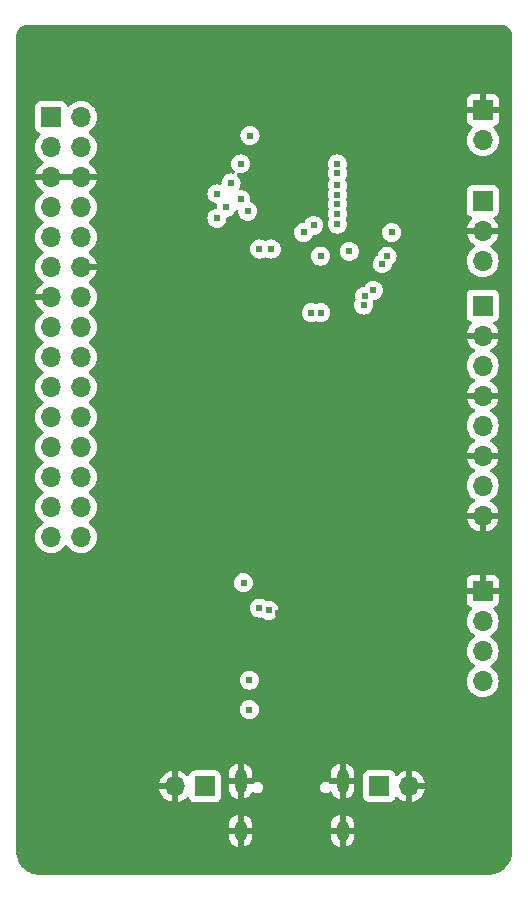
<source format=gbr>
%TF.GenerationSoftware,KiCad,Pcbnew,8.0.6*%
%TF.CreationDate,2024-12-02T04:17:18+07:00*%
%TF.ProjectId,PCB,5043422e-6b69-4636-9164-5f7063625858,rev?*%
%TF.SameCoordinates,Original*%
%TF.FileFunction,Copper,L3,Inr*%
%TF.FilePolarity,Positive*%
%FSLAX46Y46*%
G04 Gerber Fmt 4.6, Leading zero omitted, Abs format (unit mm)*
G04 Created by KiCad (PCBNEW 8.0.6) date 2024-12-02 04:17:18*
%MOMM*%
%LPD*%
G01*
G04 APERTURE LIST*
%TA.AperFunction,ComponentPad*%
%ADD10R,1.700000X1.700000*%
%TD*%
%TA.AperFunction,ComponentPad*%
%ADD11O,1.700000X1.700000*%
%TD*%
%TA.AperFunction,ComponentPad*%
%ADD12O,1.000000X1.800000*%
%TD*%
%TA.AperFunction,ComponentPad*%
%ADD13O,1.000000X2.100000*%
%TD*%
%TA.AperFunction,ViaPad*%
%ADD14C,0.604799*%
%TD*%
G04 APERTURE END LIST*
D10*
%TO.N,/GPIO46*%
%TO.C,U4*%
X135500000Y-32920000D03*
D11*
%TO.N,GND*%
X135500000Y-35460000D03*
%TO.N,+3V3*%
X135500000Y-38000000D03*
%TD*%
D10*
%TO.N,GND*%
%TO.C,U3*%
X135500000Y-65960000D03*
D11*
%TO.N,+3V3*%
X135500000Y-68500000D03*
%TO.N,/I2C_SDA*%
X135500000Y-71040000D03*
%TO.N,/I2C_SCL*%
X135500000Y-73580000D03*
%TD*%
%TO.N,+3V3*%
%TO.C,J5*%
X101500000Y-61400000D03*
%TO.N,/GPIO14*%
X98960000Y-61400000D03*
%TO.N,/GPIO13*%
X101500000Y-58860000D03*
%TO.N,/GPIO12*%
X98960000Y-58860000D03*
%TO.N,/GPIO11*%
X101500000Y-56320000D03*
%TO.N,/GPIO10*%
X98960000Y-56320000D03*
%TO.N,/GPIO9*%
X101500000Y-53780000D03*
%TO.N,/GPIO8*%
X98960000Y-53780000D03*
%TO.N,/GPIO7*%
X101500000Y-51240000D03*
%TO.N,/GPIO6*%
X98960000Y-51240000D03*
%TO.N,/GPIO5*%
X101500000Y-48700000D03*
%TO.N,/GPIO4*%
X98960000Y-48700000D03*
%TO.N,/GPIO3*%
X101500000Y-46160000D03*
%TO.N,/GPIO2*%
X98960000Y-46160000D03*
%TO.N,/GPIO1*%
X101500000Y-43620000D03*
%TO.N,/GPIO48*%
X98960000Y-43620000D03*
%TO.N,/GPIO47*%
X101500000Y-41080000D03*
%TO.N,GND*%
X98960000Y-41080000D03*
X101500000Y-38540000D03*
%TO.N,/GPIO42*%
X98960000Y-38540000D03*
%TO.N,/GPIO41*%
X101500000Y-36000000D03*
%TO.N,/GPIO40*%
X98960000Y-36000000D03*
%TO.N,/GPIO39*%
X101500000Y-33460000D03*
%TO.N,/GPIO38*%
X98960000Y-33460000D03*
%TO.N,GND*%
X101500000Y-30920000D03*
X98960000Y-30920000D03*
%TO.N,/RXD*%
X101500000Y-28380000D03*
%TO.N,/TXD*%
X98960000Y-28380000D03*
%TO.N,/GPIO26*%
X101500000Y-25840000D03*
D10*
%TO.N,/GPIO21*%
X98960000Y-25840000D03*
%TD*%
%TO.N,VBUS*%
%TO.C,J2*%
X112000000Y-82500000D03*
D11*
%TO.N,GND*%
X109460000Y-82500000D03*
%TD*%
%TO.N,Net-(D3-A)*%
%TO.C,D3*%
X135525000Y-27790000D03*
D10*
%TO.N,GND*%
X135525000Y-25250000D03*
%TD*%
%TO.N,VBAT*%
%TO.C,J4*%
X126750000Y-82475000D03*
D11*
%TO.N,GND*%
X129290000Y-82475000D03*
%TD*%
D12*
%TO.N,GND*%
%TO.C,JUSB1*%
X123640000Y-86255000D03*
D13*
X123640000Y-82075000D03*
D12*
X115000000Y-86255000D03*
D13*
X115000000Y-82075000D03*
%TD*%
D10*
%TO.N,+3V3*%
%TO.C,J1*%
X135500000Y-41800000D03*
D11*
%TO.N,GND*%
X135500000Y-44340000D03*
%TO.N,+3V3*%
X135500000Y-46880000D03*
%TO.N,GND*%
X135500000Y-49420000D03*
%TO.N,+3V3*%
X135500000Y-51960000D03*
%TO.N,GND*%
X135500000Y-54500000D03*
%TO.N,+3V3*%
X135500000Y-57040000D03*
%TO.N,GND*%
X135500000Y-59580000D03*
%TD*%
D14*
%TO.N,GND*%
X118400000Y-26600000D03*
%TO.N,/GPIO41*%
X115000000Y-32800000D03*
%TO.N,/GPIO42*%
X123200000Y-31600000D03*
%TO.N,/GPIO38*%
X113000001Y-34400001D03*
%TO.N,/GPIO40*%
X115600000Y-33800000D03*
%TO.N,/GPIO39*%
X113800000Y-33460000D03*
%TO.N,/GPIO42*%
X113000000Y-32335140D03*
%TO.N,GND*%
X111400000Y-42600000D03*
%TO.N,/RXD*%
X115008184Y-29791816D03*
%TO.N,/TXD*%
X114191816Y-31408184D03*
%TO.N,GND*%
X106600000Y-69800000D03*
X111200000Y-59200000D03*
X131000000Y-47600000D03*
X131000000Y-55800000D03*
X116600000Y-49000000D03*
X117400000Y-63200000D03*
X121000000Y-74800000D03*
X111800000Y-75200000D03*
%TO.N,/GPIO38*%
X123200000Y-34900000D03*
%TO.N,/GPIO39*%
X123200000Y-34000000D03*
%TO.N,/GPIO40*%
X123200000Y-33200000D03*
%TO.N,/GPIO41*%
X123200000Y-32400000D03*
%TO.N,/TXD*%
X123200000Y-30600000D03*
%TO.N,/RXD*%
X123200000Y-29800000D03*
%TO.N,+3V3*%
X127800000Y-35600000D03*
%TO.N,/GPIO47*%
X121777259Y-37600000D03*
%TO.N,/GPIO48*%
X124200000Y-37200000D03*
%TO.N,+3V3*%
X115800000Y-27400000D03*
%TO.N,/GPIO21*%
X120335940Y-35600000D03*
%TO.N,/GPIO26*%
X121200000Y-35000000D03*
%TO.N,GND*%
X118200000Y-67800000D03*
%TO.N,/I2C_SDA*%
X117600000Y-37000000D03*
%TO.N,/I2C_SCL*%
X116600000Y-37000000D03*
%TO.N,GND*%
X124400000Y-39800000D03*
%TO.N,/GPIO33*%
X125422670Y-41750688D03*
X115250000Y-65250000D03*
%TO.N,/GPIO35*%
X126250000Y-40500000D03*
X117400000Y-67600000D03*
%TO.N,/GPIO36*%
X127000000Y-38250000D03*
%TO.N,/GPIO37*%
X127400000Y-37600000D03*
%TO.N,/GPIO36*%
X115750000Y-73500000D03*
%TO.N,/GPIO37*%
X115750000Y-76000000D03*
%TO.N,/I2C_SCL*%
X121000000Y-42400000D03*
%TO.N,/I2C_SDA*%
X121800000Y-42400000D03*
%TO.N,/GPIO34*%
X116600000Y-67400000D03*
X125500000Y-41000000D03*
%TD*%
%TA.AperFunction,Conductor*%
%TO.N,GND*%
G36*
X101034075Y-30727007D02*
G01*
X101000000Y-30854174D01*
X101000000Y-30985826D01*
X101034075Y-31112993D01*
X101066988Y-31170000D01*
X99393012Y-31170000D01*
X99425925Y-31112993D01*
X99460000Y-30985826D01*
X99460000Y-30854174D01*
X99425925Y-30727007D01*
X99393012Y-30670000D01*
X101066988Y-30670000D01*
X101034075Y-30727007D01*
G37*
%TD.AperFunction*%
%TA.AperFunction,Conductor*%
G36*
X137001509Y-18000037D02*
G01*
X137007232Y-18000177D01*
X137087583Y-18002145D01*
X137108728Y-18004490D01*
X137279013Y-18038362D01*
X137302261Y-18045413D01*
X137461257Y-18111272D01*
X137482692Y-18122730D01*
X137625775Y-18218335D01*
X137644565Y-18233756D01*
X137766243Y-18355434D01*
X137781664Y-18374224D01*
X137877269Y-18517307D01*
X137888728Y-18538745D01*
X137954583Y-18697731D01*
X137961639Y-18720993D01*
X137995508Y-18891266D01*
X137997854Y-18912420D01*
X137999962Y-18998476D01*
X137999999Y-19001539D01*
X137985786Y-87984753D01*
X137985768Y-87986834D01*
X137983491Y-88120845D01*
X137982247Y-88136384D01*
X137943957Y-88402709D01*
X137940196Y-88419997D01*
X137864695Y-88677136D01*
X137858513Y-88693713D01*
X137747177Y-88937507D01*
X137738697Y-88953035D01*
X137593811Y-89178482D01*
X137583209Y-89192646D01*
X137407702Y-89395192D01*
X137395192Y-89407702D01*
X137192646Y-89583209D01*
X137178482Y-89593811D01*
X136953035Y-89738697D01*
X136937507Y-89747177D01*
X136693713Y-89858513D01*
X136677136Y-89864695D01*
X136419997Y-89940196D01*
X136402709Y-89943957D01*
X136136384Y-89982247D01*
X136120844Y-89983491D01*
X135986823Y-89985768D01*
X135984763Y-89985786D01*
X98001071Y-89999998D01*
X97998918Y-89999980D01*
X97864942Y-89997703D01*
X97849402Y-89996459D01*
X97583078Y-89958168D01*
X97565790Y-89954407D01*
X97308644Y-89878902D01*
X97292068Y-89872719D01*
X97048287Y-89761388D01*
X97032764Y-89752912D01*
X96807292Y-89608011D01*
X96793149Y-89597423D01*
X96590598Y-89421911D01*
X96578088Y-89409401D01*
X96544686Y-89370853D01*
X96402574Y-89206848D01*
X96391990Y-89192709D01*
X96247083Y-88967230D01*
X96238611Y-88951712D01*
X96127280Y-88707931D01*
X96121097Y-88691355D01*
X96045592Y-88434209D01*
X96041831Y-88416921D01*
X96003540Y-88150597D01*
X96002296Y-88135058D01*
X96002187Y-88128655D01*
X96000016Y-88000939D01*
X96000000Y-87999068D01*
X96000000Y-85756504D01*
X114000000Y-85756504D01*
X114000000Y-86005000D01*
X114700000Y-86005000D01*
X114700000Y-86505000D01*
X114000000Y-86505000D01*
X114000000Y-86753495D01*
X114038427Y-86946681D01*
X114038430Y-86946693D01*
X114113807Y-87128671D01*
X114113814Y-87128684D01*
X114223248Y-87292462D01*
X114223251Y-87292466D01*
X114362533Y-87431748D01*
X114362537Y-87431751D01*
X114526315Y-87541185D01*
X114526328Y-87541192D01*
X114708308Y-87616569D01*
X114750000Y-87624862D01*
X114750000Y-86821988D01*
X114759940Y-86839205D01*
X114815795Y-86895060D01*
X114884204Y-86934556D01*
X114960504Y-86955000D01*
X115039496Y-86955000D01*
X115115796Y-86934556D01*
X115184205Y-86895060D01*
X115240060Y-86839205D01*
X115250000Y-86821988D01*
X115250000Y-87624862D01*
X115291690Y-87616569D01*
X115291692Y-87616569D01*
X115473671Y-87541192D01*
X115473684Y-87541185D01*
X115637462Y-87431751D01*
X115637466Y-87431748D01*
X115776748Y-87292466D01*
X115776751Y-87292462D01*
X115886185Y-87128684D01*
X115886192Y-87128671D01*
X115961569Y-86946693D01*
X115961572Y-86946681D01*
X115999999Y-86753495D01*
X116000000Y-86753492D01*
X116000000Y-86505000D01*
X115300000Y-86505000D01*
X115300000Y-86005000D01*
X116000000Y-86005000D01*
X116000000Y-85756508D01*
X115999999Y-85756504D01*
X122640000Y-85756504D01*
X122640000Y-86005000D01*
X123340000Y-86005000D01*
X123340000Y-86505000D01*
X122640000Y-86505000D01*
X122640000Y-86753495D01*
X122678427Y-86946681D01*
X122678430Y-86946693D01*
X122753807Y-87128671D01*
X122753814Y-87128684D01*
X122863248Y-87292462D01*
X122863251Y-87292466D01*
X123002533Y-87431748D01*
X123002537Y-87431751D01*
X123166315Y-87541185D01*
X123166328Y-87541192D01*
X123348308Y-87616569D01*
X123390000Y-87624862D01*
X123390000Y-86821988D01*
X123399940Y-86839205D01*
X123455795Y-86895060D01*
X123524204Y-86934556D01*
X123600504Y-86955000D01*
X123679496Y-86955000D01*
X123755796Y-86934556D01*
X123824205Y-86895060D01*
X123880060Y-86839205D01*
X123890000Y-86821988D01*
X123890000Y-87624862D01*
X123931690Y-87616569D01*
X123931692Y-87616569D01*
X124113671Y-87541192D01*
X124113684Y-87541185D01*
X124277462Y-87431751D01*
X124277466Y-87431748D01*
X124416748Y-87292466D01*
X124416751Y-87292462D01*
X124526185Y-87128684D01*
X124526192Y-87128671D01*
X124601569Y-86946693D01*
X124601572Y-86946681D01*
X124639999Y-86753495D01*
X124640000Y-86753492D01*
X124640000Y-86505000D01*
X123940000Y-86505000D01*
X123940000Y-86005000D01*
X124640000Y-86005000D01*
X124640000Y-85756508D01*
X124639999Y-85756504D01*
X124601572Y-85563318D01*
X124601569Y-85563306D01*
X124526192Y-85381328D01*
X124526185Y-85381315D01*
X124416751Y-85217537D01*
X124416748Y-85217533D01*
X124277466Y-85078251D01*
X124277462Y-85078248D01*
X124113684Y-84968814D01*
X124113671Y-84968807D01*
X123931691Y-84893429D01*
X123931683Y-84893427D01*
X123890000Y-84885135D01*
X123890000Y-85688011D01*
X123880060Y-85670795D01*
X123824205Y-85614940D01*
X123755796Y-85575444D01*
X123679496Y-85555000D01*
X123600504Y-85555000D01*
X123524204Y-85575444D01*
X123455795Y-85614940D01*
X123399940Y-85670795D01*
X123390000Y-85688011D01*
X123390000Y-84885136D01*
X123389999Y-84885135D01*
X123348316Y-84893427D01*
X123348308Y-84893429D01*
X123166328Y-84968807D01*
X123166315Y-84968814D01*
X123002537Y-85078248D01*
X123002533Y-85078251D01*
X122863251Y-85217533D01*
X122863248Y-85217537D01*
X122753814Y-85381315D01*
X122753807Y-85381328D01*
X122678430Y-85563306D01*
X122678427Y-85563318D01*
X122640000Y-85756504D01*
X115999999Y-85756504D01*
X115961572Y-85563318D01*
X115961569Y-85563306D01*
X115886192Y-85381328D01*
X115886185Y-85381315D01*
X115776751Y-85217537D01*
X115776748Y-85217533D01*
X115637466Y-85078251D01*
X115637462Y-85078248D01*
X115473684Y-84968814D01*
X115473671Y-84968807D01*
X115291691Y-84893429D01*
X115291683Y-84893427D01*
X115250000Y-84885135D01*
X115250000Y-85688011D01*
X115240060Y-85670795D01*
X115184205Y-85614940D01*
X115115796Y-85575444D01*
X115039496Y-85555000D01*
X114960504Y-85555000D01*
X114884204Y-85575444D01*
X114815795Y-85614940D01*
X114759940Y-85670795D01*
X114750000Y-85688011D01*
X114750000Y-84885136D01*
X114749999Y-84885135D01*
X114708316Y-84893427D01*
X114708308Y-84893429D01*
X114526328Y-84968807D01*
X114526315Y-84968814D01*
X114362537Y-85078248D01*
X114362533Y-85078251D01*
X114223251Y-85217533D01*
X114223248Y-85217537D01*
X114113814Y-85381315D01*
X114113807Y-85381328D01*
X114038430Y-85563306D01*
X114038427Y-85563318D01*
X114000000Y-85756504D01*
X96000000Y-85756504D01*
X96000000Y-82249999D01*
X108129364Y-82249999D01*
X108129364Y-82250000D01*
X109026988Y-82250000D01*
X108994075Y-82307007D01*
X108960000Y-82434174D01*
X108960000Y-82565826D01*
X108994075Y-82692993D01*
X109026988Y-82750000D01*
X108129364Y-82750000D01*
X108186567Y-82963486D01*
X108186570Y-82963492D01*
X108286399Y-83177578D01*
X108421894Y-83371082D01*
X108588917Y-83538105D01*
X108782421Y-83673600D01*
X108996507Y-83773429D01*
X108996516Y-83773433D01*
X109210000Y-83830634D01*
X109210000Y-82933012D01*
X109267007Y-82965925D01*
X109394174Y-83000000D01*
X109525826Y-83000000D01*
X109652993Y-82965925D01*
X109710000Y-82933012D01*
X109710000Y-83830633D01*
X109923483Y-83773433D01*
X109923492Y-83773429D01*
X110137578Y-83673600D01*
X110331078Y-83538108D01*
X110453133Y-83416053D01*
X110514456Y-83382568D01*
X110584148Y-83387552D01*
X110640082Y-83429423D01*
X110656997Y-83460401D01*
X110706202Y-83592328D01*
X110706206Y-83592335D01*
X110792452Y-83707544D01*
X110792455Y-83707547D01*
X110907664Y-83793793D01*
X110907671Y-83793797D01*
X111042517Y-83844091D01*
X111042516Y-83844091D01*
X111049444Y-83844835D01*
X111102127Y-83850500D01*
X112897872Y-83850499D01*
X112957483Y-83844091D01*
X113092331Y-83793796D01*
X113207546Y-83707546D01*
X113293796Y-83592331D01*
X113344091Y-83457483D01*
X113350500Y-83397873D01*
X113350499Y-81602128D01*
X113344091Y-81542517D01*
X113343002Y-81539598D01*
X113300821Y-81426504D01*
X114000000Y-81426504D01*
X114000000Y-81825000D01*
X114700000Y-81825000D01*
X114700000Y-82325000D01*
X114000000Y-82325000D01*
X114000000Y-82723495D01*
X114038427Y-82916681D01*
X114038430Y-82916693D01*
X114113807Y-83098671D01*
X114113814Y-83098684D01*
X114223248Y-83262462D01*
X114223251Y-83262466D01*
X114362533Y-83401748D01*
X114362537Y-83401751D01*
X114526315Y-83511185D01*
X114526328Y-83511192D01*
X114708308Y-83586569D01*
X114750000Y-83594862D01*
X114750000Y-82791988D01*
X114759940Y-82809205D01*
X114815795Y-82865060D01*
X114884204Y-82904556D01*
X114960504Y-82925000D01*
X115039496Y-82925000D01*
X115115796Y-82904556D01*
X115184205Y-82865060D01*
X115240060Y-82809205D01*
X115250000Y-82791988D01*
X115250000Y-83594862D01*
X115291690Y-83586569D01*
X115291692Y-83586569D01*
X115473671Y-83511192D01*
X115473684Y-83511185D01*
X115637462Y-83401751D01*
X115637466Y-83401748D01*
X115776748Y-83262466D01*
X115776751Y-83262462D01*
X115886185Y-83098684D01*
X115886191Y-83098672D01*
X115929878Y-82993202D01*
X115973718Y-82938798D01*
X116040012Y-82916733D01*
X116107712Y-82934012D01*
X116132120Y-82952973D01*
X116136562Y-82957415D01*
X116245537Y-83020332D01*
X116367083Y-83052900D01*
X116367085Y-83052900D01*
X116492915Y-83052900D01*
X116492917Y-83052900D01*
X116614463Y-83020332D01*
X116723438Y-82957415D01*
X116812415Y-82868438D01*
X116875332Y-82759463D01*
X116907900Y-82637917D01*
X116907900Y-82512083D01*
X121732100Y-82512083D01*
X121732100Y-82637916D01*
X121764668Y-82759464D01*
X121792118Y-82807007D01*
X121827585Y-82868438D01*
X121916562Y-82957415D01*
X122025537Y-83020332D01*
X122147083Y-83052900D01*
X122147085Y-83052900D01*
X122272915Y-83052900D01*
X122272917Y-83052900D01*
X122394463Y-83020332D01*
X122503438Y-82957415D01*
X122507878Y-82952974D01*
X122569196Y-82919489D01*
X122638888Y-82924470D01*
X122694823Y-82966339D01*
X122710121Y-82993201D01*
X122753809Y-83098675D01*
X122753814Y-83098684D01*
X122863248Y-83262462D01*
X122863251Y-83262466D01*
X123002533Y-83401748D01*
X123002537Y-83401751D01*
X123166315Y-83511185D01*
X123166328Y-83511192D01*
X123348308Y-83586569D01*
X123390000Y-83594862D01*
X123390000Y-82791988D01*
X123399940Y-82809205D01*
X123455795Y-82865060D01*
X123524204Y-82904556D01*
X123600504Y-82925000D01*
X123679496Y-82925000D01*
X123755796Y-82904556D01*
X123824205Y-82865060D01*
X123880060Y-82809205D01*
X123890000Y-82791988D01*
X123890000Y-83594862D01*
X123931690Y-83586569D01*
X123931692Y-83586569D01*
X124113671Y-83511192D01*
X124113684Y-83511185D01*
X124277462Y-83401751D01*
X124277466Y-83401748D01*
X124416748Y-83262466D01*
X124416751Y-83262462D01*
X124526185Y-83098684D01*
X124526192Y-83098671D01*
X124601569Y-82916693D01*
X124601572Y-82916681D01*
X124639999Y-82723495D01*
X124640000Y-82723492D01*
X124640000Y-82325000D01*
X123940000Y-82325000D01*
X123940000Y-81825000D01*
X124640000Y-81825000D01*
X124640000Y-81577135D01*
X125399500Y-81577135D01*
X125399500Y-83372870D01*
X125399501Y-83372876D01*
X125405908Y-83432483D01*
X125456202Y-83567328D01*
X125456206Y-83567335D01*
X125542452Y-83682544D01*
X125542455Y-83682547D01*
X125657664Y-83768793D01*
X125657671Y-83768797D01*
X125792517Y-83819091D01*
X125792516Y-83819091D01*
X125799444Y-83819835D01*
X125852127Y-83825500D01*
X127647872Y-83825499D01*
X127707483Y-83819091D01*
X127842331Y-83768796D01*
X127957546Y-83682546D01*
X128043796Y-83567331D01*
X128054696Y-83538108D01*
X128083678Y-83460401D01*
X128093002Y-83435401D01*
X128134872Y-83379468D01*
X128200337Y-83355050D01*
X128268610Y-83369901D01*
X128296865Y-83391053D01*
X128418917Y-83513105D01*
X128612421Y-83648600D01*
X128826507Y-83748429D01*
X128826516Y-83748433D01*
X129040000Y-83805634D01*
X129040000Y-82908012D01*
X129097007Y-82940925D01*
X129224174Y-82975000D01*
X129355826Y-82975000D01*
X129482993Y-82940925D01*
X129540000Y-82908012D01*
X129540000Y-83805633D01*
X129753483Y-83748433D01*
X129753492Y-83748429D01*
X129967578Y-83648600D01*
X130161082Y-83513105D01*
X130328105Y-83346082D01*
X130463600Y-83152578D01*
X130563429Y-82938492D01*
X130563432Y-82938486D01*
X130620636Y-82725000D01*
X129723012Y-82725000D01*
X129755925Y-82667993D01*
X129790000Y-82540826D01*
X129790000Y-82409174D01*
X129755925Y-82282007D01*
X129723012Y-82225000D01*
X130620636Y-82225000D01*
X130620635Y-82224999D01*
X130563432Y-82011513D01*
X130563429Y-82011507D01*
X130463600Y-81797422D01*
X130463599Y-81797420D01*
X130328113Y-81603926D01*
X130328108Y-81603920D01*
X130161082Y-81436894D01*
X129967578Y-81301399D01*
X129753492Y-81201570D01*
X129753486Y-81201567D01*
X129540000Y-81144364D01*
X129540000Y-82041988D01*
X129482993Y-82009075D01*
X129355826Y-81975000D01*
X129224174Y-81975000D01*
X129097007Y-82009075D01*
X129040000Y-82041988D01*
X129040000Y-81144364D01*
X129039999Y-81144364D01*
X128826513Y-81201567D01*
X128826507Y-81201570D01*
X128612422Y-81301399D01*
X128612420Y-81301400D01*
X128418926Y-81436886D01*
X128296865Y-81558947D01*
X128235542Y-81592431D01*
X128165850Y-81587447D01*
X128109917Y-81545575D01*
X128093002Y-81514598D01*
X128043797Y-81382671D01*
X128043793Y-81382664D01*
X127957547Y-81267455D01*
X127957544Y-81267452D01*
X127842335Y-81181206D01*
X127842328Y-81181202D01*
X127707482Y-81130908D01*
X127707483Y-81130908D01*
X127647883Y-81124501D01*
X127647881Y-81124500D01*
X127647873Y-81124500D01*
X127647864Y-81124500D01*
X125852129Y-81124500D01*
X125852123Y-81124501D01*
X125792516Y-81130908D01*
X125657671Y-81181202D01*
X125657664Y-81181206D01*
X125542455Y-81267452D01*
X125542452Y-81267455D01*
X125456206Y-81382664D01*
X125456202Y-81382671D01*
X125405908Y-81517517D01*
X125399501Y-81577116D01*
X125399500Y-81577135D01*
X124640000Y-81577135D01*
X124640000Y-81426508D01*
X124639999Y-81426504D01*
X124601572Y-81233318D01*
X124601569Y-81233306D01*
X124526192Y-81051328D01*
X124526185Y-81051315D01*
X124416751Y-80887537D01*
X124416748Y-80887533D01*
X124277466Y-80748251D01*
X124277462Y-80748248D01*
X124113684Y-80638814D01*
X124113671Y-80638807D01*
X123931691Y-80563429D01*
X123931683Y-80563427D01*
X123890000Y-80555135D01*
X123890000Y-81358011D01*
X123880060Y-81340795D01*
X123824205Y-81284940D01*
X123755796Y-81245444D01*
X123679496Y-81225000D01*
X123600504Y-81225000D01*
X123524204Y-81245444D01*
X123455795Y-81284940D01*
X123399940Y-81340795D01*
X123390000Y-81358011D01*
X123390000Y-80555136D01*
X123389999Y-80555135D01*
X123348316Y-80563427D01*
X123348308Y-80563429D01*
X123166328Y-80638807D01*
X123166315Y-80638814D01*
X123002537Y-80748248D01*
X123002533Y-80748251D01*
X122863251Y-80887533D01*
X122863248Y-80887537D01*
X122753814Y-81051315D01*
X122753807Y-81051328D01*
X122678430Y-81233306D01*
X122678427Y-81233318D01*
X122640000Y-81426504D01*
X122640000Y-81825000D01*
X123340000Y-81825000D01*
X123340000Y-82325000D01*
X122686896Y-82325000D01*
X122619857Y-82305315D01*
X122599177Y-82286293D01*
X122598162Y-82287309D01*
X122503440Y-82192587D01*
X122503438Y-82192585D01*
X122448950Y-82161126D01*
X122394464Y-82129668D01*
X122333690Y-82113384D01*
X122272917Y-82097100D01*
X122147083Y-82097100D01*
X122025535Y-82129668D01*
X121916562Y-82192585D01*
X121916559Y-82192587D01*
X121827587Y-82281559D01*
X121827585Y-82281562D01*
X121764668Y-82390535D01*
X121732100Y-82512083D01*
X116907900Y-82512083D01*
X116875332Y-82390537D01*
X116812415Y-82281562D01*
X116723438Y-82192585D01*
X116668950Y-82161126D01*
X116614464Y-82129668D01*
X116553690Y-82113384D01*
X116492917Y-82097100D01*
X116367083Y-82097100D01*
X116245535Y-82129668D01*
X116136562Y-82192585D01*
X116136559Y-82192587D01*
X116041838Y-82287309D01*
X116039653Y-82285124D01*
X115995040Y-82317694D01*
X115953104Y-82325000D01*
X115300000Y-82325000D01*
X115300000Y-81825000D01*
X116000000Y-81825000D01*
X116000000Y-81426508D01*
X115999999Y-81426504D01*
X115961572Y-81233318D01*
X115961569Y-81233306D01*
X115886192Y-81051328D01*
X115886185Y-81051315D01*
X115776751Y-80887537D01*
X115776748Y-80887533D01*
X115637466Y-80748251D01*
X115637462Y-80748248D01*
X115473684Y-80638814D01*
X115473671Y-80638807D01*
X115291691Y-80563429D01*
X115291683Y-80563427D01*
X115250000Y-80555135D01*
X115250000Y-81358011D01*
X115240060Y-81340795D01*
X115184205Y-81284940D01*
X115115796Y-81245444D01*
X115039496Y-81225000D01*
X114960504Y-81225000D01*
X114884204Y-81245444D01*
X114815795Y-81284940D01*
X114759940Y-81340795D01*
X114750000Y-81358011D01*
X114750000Y-80555136D01*
X114749999Y-80555135D01*
X114708316Y-80563427D01*
X114708308Y-80563429D01*
X114526328Y-80638807D01*
X114526315Y-80638814D01*
X114362537Y-80748248D01*
X114362533Y-80748251D01*
X114223251Y-80887533D01*
X114223248Y-80887537D01*
X114113814Y-81051315D01*
X114113807Y-81051328D01*
X114038430Y-81233306D01*
X114038427Y-81233318D01*
X114000000Y-81426504D01*
X113300821Y-81426504D01*
X113293797Y-81407671D01*
X113293793Y-81407664D01*
X113207547Y-81292455D01*
X113207544Y-81292452D01*
X113092335Y-81206206D01*
X113092328Y-81206202D01*
X112957482Y-81155908D01*
X112957483Y-81155908D01*
X112897883Y-81149501D01*
X112897881Y-81149500D01*
X112897873Y-81149500D01*
X112897864Y-81149500D01*
X111102129Y-81149500D01*
X111102123Y-81149501D01*
X111042516Y-81155908D01*
X110907671Y-81206202D01*
X110907664Y-81206206D01*
X110792455Y-81292452D01*
X110792452Y-81292455D01*
X110706206Y-81407664D01*
X110706202Y-81407671D01*
X110656997Y-81539598D01*
X110615126Y-81595532D01*
X110549661Y-81619949D01*
X110481388Y-81605097D01*
X110453134Y-81583946D01*
X110331082Y-81461894D01*
X110137578Y-81326399D01*
X109923492Y-81226570D01*
X109923486Y-81226567D01*
X109710000Y-81169364D01*
X109710000Y-82066988D01*
X109652993Y-82034075D01*
X109525826Y-82000000D01*
X109394174Y-82000000D01*
X109267007Y-82034075D01*
X109210000Y-82066988D01*
X109210000Y-81169364D01*
X109209999Y-81169364D01*
X108996513Y-81226567D01*
X108996507Y-81226570D01*
X108782422Y-81326399D01*
X108782420Y-81326400D01*
X108588926Y-81461886D01*
X108588920Y-81461891D01*
X108421891Y-81628920D01*
X108421886Y-81628926D01*
X108286400Y-81822420D01*
X108286399Y-81822422D01*
X108186570Y-82036507D01*
X108186567Y-82036513D01*
X108129364Y-82249999D01*
X96000000Y-82249999D01*
X96000000Y-75999997D01*
X114942021Y-75999997D01*
X114942021Y-76000002D01*
X114962277Y-76179789D01*
X115007691Y-76309573D01*
X115022036Y-76350569D01*
X115118297Y-76503767D01*
X115246233Y-76631703D01*
X115399431Y-76727964D01*
X115529212Y-76773376D01*
X115570210Y-76787722D01*
X115749997Y-76807979D01*
X115750000Y-76807979D01*
X115750003Y-76807979D01*
X115929789Y-76787722D01*
X115929792Y-76787721D01*
X116100569Y-76727964D01*
X116253767Y-76631703D01*
X116381703Y-76503767D01*
X116477964Y-76350569D01*
X116537721Y-76179792D01*
X116537721Y-76179791D01*
X116537722Y-76179789D01*
X116557979Y-76000002D01*
X116557979Y-75999997D01*
X116537722Y-75820210D01*
X116523376Y-75779212D01*
X116477964Y-75649431D01*
X116381703Y-75496233D01*
X116253767Y-75368297D01*
X116100569Y-75272036D01*
X116059573Y-75257691D01*
X115929789Y-75212277D01*
X115750003Y-75192021D01*
X115749997Y-75192021D01*
X115570210Y-75212277D01*
X115399428Y-75272037D01*
X115246232Y-75368297D01*
X115118297Y-75496232D01*
X115022037Y-75649428D01*
X114962277Y-75820210D01*
X114942021Y-75999997D01*
X96000000Y-75999997D01*
X96000000Y-73499997D01*
X114942021Y-73499997D01*
X114942021Y-73500002D01*
X114962277Y-73679789D01*
X115007691Y-73809573D01*
X115022036Y-73850569D01*
X115118297Y-74003767D01*
X115246233Y-74131703D01*
X115399431Y-74227964D01*
X115529212Y-74273376D01*
X115570210Y-74287722D01*
X115749997Y-74307979D01*
X115750000Y-74307979D01*
X115750003Y-74307979D01*
X115929789Y-74287722D01*
X115929792Y-74287721D01*
X116100569Y-74227964D01*
X116253767Y-74131703D01*
X116381703Y-74003767D01*
X116477964Y-73850569D01*
X116537721Y-73679792D01*
X116537721Y-73679791D01*
X116537722Y-73679789D01*
X116557979Y-73500002D01*
X116557979Y-73499997D01*
X116537722Y-73320210D01*
X116523376Y-73279212D01*
X116477964Y-73149431D01*
X116381703Y-72996233D01*
X116253767Y-72868297D01*
X116100569Y-72772036D01*
X116059573Y-72757691D01*
X115929789Y-72712277D01*
X115750003Y-72692021D01*
X115749997Y-72692021D01*
X115570210Y-72712277D01*
X115399428Y-72772037D01*
X115246232Y-72868297D01*
X115118297Y-72996232D01*
X115022037Y-73149428D01*
X114962277Y-73320210D01*
X114942021Y-73499997D01*
X96000000Y-73499997D01*
X96000000Y-68499999D01*
X134144341Y-68499999D01*
X134144341Y-68500000D01*
X134164936Y-68735403D01*
X134164938Y-68735413D01*
X134226094Y-68963655D01*
X134226096Y-68963659D01*
X134226097Y-68963663D01*
X134325965Y-69177830D01*
X134325967Y-69177834D01*
X134461501Y-69371395D01*
X134461506Y-69371402D01*
X134628597Y-69538493D01*
X134628603Y-69538498D01*
X134814158Y-69668425D01*
X134857783Y-69723002D01*
X134864977Y-69792500D01*
X134833454Y-69854855D01*
X134814158Y-69871575D01*
X134628597Y-70001505D01*
X134461505Y-70168597D01*
X134325965Y-70362169D01*
X134325964Y-70362171D01*
X134226098Y-70576335D01*
X134226094Y-70576344D01*
X134164938Y-70804586D01*
X134164936Y-70804596D01*
X134144341Y-71039999D01*
X134144341Y-71040000D01*
X134164936Y-71275403D01*
X134164938Y-71275413D01*
X134226094Y-71503655D01*
X134226096Y-71503659D01*
X134226097Y-71503663D01*
X134325965Y-71717830D01*
X134325967Y-71717834D01*
X134461501Y-71911395D01*
X134461506Y-71911402D01*
X134628597Y-72078493D01*
X134628603Y-72078498D01*
X134814158Y-72208425D01*
X134857783Y-72263002D01*
X134864977Y-72332500D01*
X134833454Y-72394855D01*
X134814158Y-72411575D01*
X134628597Y-72541505D01*
X134461505Y-72708597D01*
X134325965Y-72902169D01*
X134325964Y-72902171D01*
X134226098Y-73116335D01*
X134226094Y-73116344D01*
X134164938Y-73344586D01*
X134164936Y-73344596D01*
X134144341Y-73579999D01*
X134144341Y-73580000D01*
X134164936Y-73815403D01*
X134164938Y-73815413D01*
X134226094Y-74043655D01*
X134226096Y-74043659D01*
X134226097Y-74043663D01*
X134267151Y-74131703D01*
X134325965Y-74257830D01*
X134325967Y-74257834D01*
X134434281Y-74412521D01*
X134461505Y-74451401D01*
X134628599Y-74618495D01*
X134725384Y-74686265D01*
X134822165Y-74754032D01*
X134822167Y-74754033D01*
X134822170Y-74754035D01*
X135036337Y-74853903D01*
X135264592Y-74915063D01*
X135452918Y-74931539D01*
X135499999Y-74935659D01*
X135500000Y-74935659D01*
X135500001Y-74935659D01*
X135539234Y-74932226D01*
X135735408Y-74915063D01*
X135963663Y-74853903D01*
X136177830Y-74754035D01*
X136371401Y-74618495D01*
X136538495Y-74451401D01*
X136674035Y-74257830D01*
X136773903Y-74043663D01*
X136835063Y-73815408D01*
X136855659Y-73580000D01*
X136835063Y-73344592D01*
X136773903Y-73116337D01*
X136674035Y-72902171D01*
X136650317Y-72868297D01*
X136538494Y-72708597D01*
X136371402Y-72541506D01*
X136371396Y-72541501D01*
X136185842Y-72411575D01*
X136142217Y-72356998D01*
X136135023Y-72287500D01*
X136166546Y-72225145D01*
X136185842Y-72208425D01*
X136208026Y-72192891D01*
X136371401Y-72078495D01*
X136538495Y-71911401D01*
X136674035Y-71717830D01*
X136773903Y-71503663D01*
X136835063Y-71275408D01*
X136855659Y-71040000D01*
X136835063Y-70804592D01*
X136773903Y-70576337D01*
X136674035Y-70362171D01*
X136538495Y-70168599D01*
X136538494Y-70168597D01*
X136371402Y-70001506D01*
X136371396Y-70001501D01*
X136185842Y-69871575D01*
X136142217Y-69816998D01*
X136135023Y-69747500D01*
X136166546Y-69685145D01*
X136185842Y-69668425D01*
X136208026Y-69652891D01*
X136371401Y-69538495D01*
X136538495Y-69371401D01*
X136674035Y-69177830D01*
X136773903Y-68963663D01*
X136835063Y-68735408D01*
X136855659Y-68500000D01*
X136835063Y-68264592D01*
X136773903Y-68036337D01*
X136674035Y-67822171D01*
X136623900Y-67750571D01*
X136538496Y-67628600D01*
X136489685Y-67579789D01*
X136416179Y-67506283D01*
X136382696Y-67444963D01*
X136387680Y-67375271D01*
X136429551Y-67319337D01*
X136460529Y-67302422D01*
X136592086Y-67253354D01*
X136592093Y-67253350D01*
X136707187Y-67167190D01*
X136707190Y-67167187D01*
X136793350Y-67052093D01*
X136793354Y-67052086D01*
X136843596Y-66917379D01*
X136843598Y-66917372D01*
X136849999Y-66857844D01*
X136850000Y-66857827D01*
X136850000Y-66210000D01*
X135933012Y-66210000D01*
X135965925Y-66152993D01*
X136000000Y-66025826D01*
X136000000Y-65894174D01*
X135965925Y-65767007D01*
X135933012Y-65710000D01*
X136850000Y-65710000D01*
X136850000Y-65062172D01*
X136849999Y-65062155D01*
X136843598Y-65002627D01*
X136843596Y-65002620D01*
X136793354Y-64867913D01*
X136793350Y-64867906D01*
X136707190Y-64752812D01*
X136707187Y-64752809D01*
X136592093Y-64666649D01*
X136592086Y-64666645D01*
X136457379Y-64616403D01*
X136457372Y-64616401D01*
X136397844Y-64610000D01*
X135750000Y-64610000D01*
X135750000Y-65526988D01*
X135692993Y-65494075D01*
X135565826Y-65460000D01*
X135434174Y-65460000D01*
X135307007Y-65494075D01*
X135250000Y-65526988D01*
X135250000Y-64610000D01*
X134602155Y-64610000D01*
X134542627Y-64616401D01*
X134542620Y-64616403D01*
X134407913Y-64666645D01*
X134407906Y-64666649D01*
X134292812Y-64752809D01*
X134292809Y-64752812D01*
X134206649Y-64867906D01*
X134206645Y-64867913D01*
X134156403Y-65002620D01*
X134156401Y-65002627D01*
X134150000Y-65062155D01*
X134150000Y-65710000D01*
X135066988Y-65710000D01*
X135034075Y-65767007D01*
X135000000Y-65894174D01*
X135000000Y-66025826D01*
X135034075Y-66152993D01*
X135066988Y-66210000D01*
X134150000Y-66210000D01*
X134150000Y-66857844D01*
X134156401Y-66917372D01*
X134156403Y-66917379D01*
X134206645Y-67052086D01*
X134206649Y-67052093D01*
X134292809Y-67167187D01*
X134292812Y-67167190D01*
X134407906Y-67253350D01*
X134407913Y-67253354D01*
X134539470Y-67302421D01*
X134595403Y-67344292D01*
X134619821Y-67409756D01*
X134604970Y-67478029D01*
X134583819Y-67506284D01*
X134461503Y-67628600D01*
X134325965Y-67822169D01*
X134325964Y-67822171D01*
X134226098Y-68036335D01*
X134226094Y-68036344D01*
X134164938Y-68264586D01*
X134164936Y-68264596D01*
X134144341Y-68499999D01*
X96000000Y-68499999D01*
X96000000Y-67399997D01*
X115792021Y-67399997D01*
X115792021Y-67400002D01*
X115812277Y-67579789D01*
X115857691Y-67709573D01*
X115872036Y-67750569D01*
X115968297Y-67903767D01*
X116096233Y-68031703D01*
X116249431Y-68127964D01*
X116366529Y-68168938D01*
X116420210Y-68187722D01*
X116599997Y-68207979D01*
X116600000Y-68207979D01*
X116600003Y-68207979D01*
X116785574Y-68187070D01*
X116854396Y-68199124D01*
X116887139Y-68222609D01*
X116896233Y-68231703D01*
X117049431Y-68327964D01*
X117179212Y-68373376D01*
X117220210Y-68387722D01*
X117399997Y-68407979D01*
X117400000Y-68407979D01*
X117400003Y-68407979D01*
X117579789Y-68387722D01*
X117579792Y-68387721D01*
X117750569Y-68327964D01*
X117903767Y-68231703D01*
X118031703Y-68103767D01*
X118127964Y-67950569D01*
X118187721Y-67779792D01*
X118187721Y-67779791D01*
X118187722Y-67779789D01*
X118207979Y-67600002D01*
X118207979Y-67599997D01*
X118187722Y-67420210D01*
X118146506Y-67302422D01*
X118127964Y-67249431D01*
X118031703Y-67096233D01*
X117903767Y-66968297D01*
X117750569Y-66872036D01*
X117709573Y-66857691D01*
X117579789Y-66812277D01*
X117400003Y-66792021D01*
X117399996Y-66792021D01*
X117214424Y-66812929D01*
X117145602Y-66800874D01*
X117112860Y-66777390D01*
X117103767Y-66768297D01*
X116950571Y-66672037D01*
X116950570Y-66672036D01*
X116950569Y-66672036D01*
X116909573Y-66657691D01*
X116779789Y-66612277D01*
X116600003Y-66592021D01*
X116599997Y-66592021D01*
X116420210Y-66612277D01*
X116249428Y-66672037D01*
X116096232Y-66768297D01*
X115968297Y-66896232D01*
X115872037Y-67049428D01*
X115812277Y-67220210D01*
X115792021Y-67399997D01*
X96000000Y-67399997D01*
X96000000Y-65249997D01*
X114442021Y-65249997D01*
X114442021Y-65250002D01*
X114462277Y-65429789D01*
X114484772Y-65494075D01*
X114522036Y-65600569D01*
X114618297Y-65753767D01*
X114746233Y-65881703D01*
X114899431Y-65977964D01*
X115029212Y-66023376D01*
X115070210Y-66037722D01*
X115249997Y-66057979D01*
X115250000Y-66057979D01*
X115250003Y-66057979D01*
X115429789Y-66037722D01*
X115429792Y-66037721D01*
X115600569Y-65977964D01*
X115753767Y-65881703D01*
X115881703Y-65753767D01*
X115977964Y-65600569D01*
X116037721Y-65429792D01*
X116037721Y-65429791D01*
X116037722Y-65429789D01*
X116057979Y-65250002D01*
X116057979Y-65249997D01*
X116037722Y-65070210D01*
X116023376Y-65029212D01*
X115977964Y-64899431D01*
X115881703Y-64746233D01*
X115753767Y-64618297D01*
X115600569Y-64522036D01*
X115559573Y-64507691D01*
X115429789Y-64462277D01*
X115250003Y-64442021D01*
X115249997Y-64442021D01*
X115070210Y-64462277D01*
X114899428Y-64522037D01*
X114746232Y-64618297D01*
X114618297Y-64746232D01*
X114522037Y-64899428D01*
X114462277Y-65070210D01*
X114442021Y-65249997D01*
X96000000Y-65249997D01*
X96000000Y-28379999D01*
X97604341Y-28379999D01*
X97604341Y-28380000D01*
X97624936Y-28615403D01*
X97624938Y-28615413D01*
X97686094Y-28843655D01*
X97686096Y-28843659D01*
X97686097Y-28843663D01*
X97755278Y-28992021D01*
X97785965Y-29057830D01*
X97785967Y-29057834D01*
X97857584Y-29160113D01*
X97921501Y-29251396D01*
X97921506Y-29251402D01*
X98088597Y-29418493D01*
X98088603Y-29418498D01*
X98274594Y-29548730D01*
X98318219Y-29603307D01*
X98325413Y-29672805D01*
X98293890Y-29735160D01*
X98274595Y-29751880D01*
X98088922Y-29881890D01*
X98088920Y-29881891D01*
X97921891Y-30048920D01*
X97921886Y-30048926D01*
X97786400Y-30242420D01*
X97786399Y-30242422D01*
X97686570Y-30456507D01*
X97686567Y-30456513D01*
X97629364Y-30669999D01*
X97629364Y-30670000D01*
X98526988Y-30670000D01*
X98494075Y-30727007D01*
X98460000Y-30854174D01*
X98460000Y-30985826D01*
X98494075Y-31112993D01*
X98526988Y-31170000D01*
X97629364Y-31170000D01*
X97686567Y-31383486D01*
X97686570Y-31383492D01*
X97786399Y-31597578D01*
X97921894Y-31791082D01*
X98088917Y-31958105D01*
X98274595Y-32088119D01*
X98318219Y-32142696D01*
X98325412Y-32212195D01*
X98293890Y-32274549D01*
X98274595Y-32291269D01*
X98088594Y-32421508D01*
X97921505Y-32588597D01*
X97785965Y-32782169D01*
X97785964Y-32782171D01*
X97686098Y-32996335D01*
X97686094Y-32996344D01*
X97624938Y-33224586D01*
X97624936Y-33224596D01*
X97604341Y-33459999D01*
X97604341Y-33460000D01*
X97624936Y-33695403D01*
X97624938Y-33695413D01*
X97686094Y-33923655D01*
X97686096Y-33923659D01*
X97686097Y-33923663D01*
X97781170Y-34127547D01*
X97785965Y-34137830D01*
X97785967Y-34137834D01*
X97867911Y-34254861D01*
X97921501Y-34331396D01*
X97921506Y-34331402D01*
X98088597Y-34498493D01*
X98088603Y-34498498D01*
X98274158Y-34628425D01*
X98317783Y-34683002D01*
X98324977Y-34752500D01*
X98293454Y-34814855D01*
X98274158Y-34831575D01*
X98088597Y-34961505D01*
X97921505Y-35128597D01*
X97785965Y-35322169D01*
X97785964Y-35322171D01*
X97686098Y-35536335D01*
X97686094Y-35536344D01*
X97624938Y-35764586D01*
X97624936Y-35764596D01*
X97604341Y-35999999D01*
X97604341Y-36000000D01*
X97624936Y-36235403D01*
X97624938Y-36235413D01*
X97686094Y-36463655D01*
X97686096Y-36463659D01*
X97686097Y-36463663D01*
X97701285Y-36496233D01*
X97785965Y-36677830D01*
X97785967Y-36677834D01*
X97838036Y-36752195D01*
X97921501Y-36871396D01*
X97921506Y-36871402D01*
X98088597Y-37038493D01*
X98088603Y-37038498D01*
X98274158Y-37168425D01*
X98317783Y-37223002D01*
X98324977Y-37292500D01*
X98293454Y-37354855D01*
X98274158Y-37371575D01*
X98088597Y-37501505D01*
X97921505Y-37668597D01*
X97785965Y-37862169D01*
X97785964Y-37862171D01*
X97686098Y-38076335D01*
X97686094Y-38076344D01*
X97624938Y-38304586D01*
X97624936Y-38304596D01*
X97604341Y-38539999D01*
X97604341Y-38540000D01*
X97624936Y-38775403D01*
X97624938Y-38775413D01*
X97686094Y-39003655D01*
X97686096Y-39003659D01*
X97686097Y-39003663D01*
X97769155Y-39181781D01*
X97785965Y-39217830D01*
X97785967Y-39217834D01*
X97882474Y-39355659D01*
X97921501Y-39411396D01*
X97921506Y-39411402D01*
X98088597Y-39578493D01*
X98088603Y-39578498D01*
X98274594Y-39708730D01*
X98318219Y-39763307D01*
X98325413Y-39832805D01*
X98293890Y-39895160D01*
X98274595Y-39911880D01*
X98088922Y-40041890D01*
X98088920Y-40041891D01*
X97921891Y-40208920D01*
X97921886Y-40208926D01*
X97786400Y-40402420D01*
X97786399Y-40402422D01*
X97686570Y-40616507D01*
X97686567Y-40616513D01*
X97629364Y-40829999D01*
X97629364Y-40830000D01*
X98526988Y-40830000D01*
X98494075Y-40887007D01*
X98460000Y-41014174D01*
X98460000Y-41145826D01*
X98494075Y-41272993D01*
X98526988Y-41330000D01*
X97629364Y-41330000D01*
X97686567Y-41543486D01*
X97686570Y-41543492D01*
X97786399Y-41757578D01*
X97921894Y-41951082D01*
X98088917Y-42118105D01*
X98274595Y-42248119D01*
X98318219Y-42302696D01*
X98325412Y-42372195D01*
X98293890Y-42434549D01*
X98274595Y-42451269D01*
X98088594Y-42581508D01*
X97921505Y-42748597D01*
X97785965Y-42942169D01*
X97785964Y-42942171D01*
X97686098Y-43156335D01*
X97686094Y-43156344D01*
X97624938Y-43384586D01*
X97624936Y-43384596D01*
X97604341Y-43619999D01*
X97604341Y-43620000D01*
X97624936Y-43855403D01*
X97624938Y-43855413D01*
X97686094Y-44083655D01*
X97686096Y-44083659D01*
X97686097Y-44083663D01*
X97690000Y-44092032D01*
X97785965Y-44297830D01*
X97785967Y-44297834D01*
X97894281Y-44452521D01*
X97921501Y-44491396D01*
X97921506Y-44491402D01*
X98088597Y-44658493D01*
X98088603Y-44658498D01*
X98274158Y-44788425D01*
X98317783Y-44843002D01*
X98324977Y-44912500D01*
X98293454Y-44974855D01*
X98274158Y-44991575D01*
X98088597Y-45121505D01*
X97921505Y-45288597D01*
X97785965Y-45482169D01*
X97785964Y-45482171D01*
X97686098Y-45696335D01*
X97686094Y-45696344D01*
X97624938Y-45924586D01*
X97624936Y-45924596D01*
X97604341Y-46159999D01*
X97604341Y-46160000D01*
X97624936Y-46395403D01*
X97624938Y-46395413D01*
X97686094Y-46623655D01*
X97686096Y-46623659D01*
X97686097Y-46623663D01*
X97766004Y-46795023D01*
X97785965Y-46837830D01*
X97785967Y-46837834D01*
X97894281Y-46992521D01*
X97921501Y-47031396D01*
X97921506Y-47031402D01*
X98088597Y-47198493D01*
X98088603Y-47198498D01*
X98274158Y-47328425D01*
X98317783Y-47383002D01*
X98324977Y-47452500D01*
X98293454Y-47514855D01*
X98274158Y-47531575D01*
X98088597Y-47661505D01*
X97921505Y-47828597D01*
X97785965Y-48022169D01*
X97785964Y-48022171D01*
X97686098Y-48236335D01*
X97686094Y-48236344D01*
X97624938Y-48464586D01*
X97624936Y-48464596D01*
X97604341Y-48699999D01*
X97604341Y-48700000D01*
X97624936Y-48935403D01*
X97624938Y-48935413D01*
X97686094Y-49163655D01*
X97686096Y-49163659D01*
X97686097Y-49163663D01*
X97690000Y-49172032D01*
X97785965Y-49377830D01*
X97785967Y-49377834D01*
X97894281Y-49532521D01*
X97921501Y-49571396D01*
X97921506Y-49571402D01*
X98088597Y-49738493D01*
X98088603Y-49738498D01*
X98274158Y-49868425D01*
X98317783Y-49923002D01*
X98324977Y-49992500D01*
X98293454Y-50054855D01*
X98274158Y-50071575D01*
X98088597Y-50201505D01*
X97921505Y-50368597D01*
X97785965Y-50562169D01*
X97785964Y-50562171D01*
X97686098Y-50776335D01*
X97686094Y-50776344D01*
X97624938Y-51004586D01*
X97624936Y-51004596D01*
X97604341Y-51239999D01*
X97604341Y-51240000D01*
X97624936Y-51475403D01*
X97624938Y-51475413D01*
X97686094Y-51703655D01*
X97686096Y-51703659D01*
X97686097Y-51703663D01*
X97766004Y-51875023D01*
X97785965Y-51917830D01*
X97785967Y-51917834D01*
X97894281Y-52072521D01*
X97921501Y-52111396D01*
X97921506Y-52111402D01*
X98088597Y-52278493D01*
X98088603Y-52278498D01*
X98274158Y-52408425D01*
X98317783Y-52463002D01*
X98324977Y-52532500D01*
X98293454Y-52594855D01*
X98274158Y-52611575D01*
X98088597Y-52741505D01*
X97921505Y-52908597D01*
X97785965Y-53102169D01*
X97785964Y-53102171D01*
X97686098Y-53316335D01*
X97686094Y-53316344D01*
X97624938Y-53544586D01*
X97624936Y-53544596D01*
X97604341Y-53779999D01*
X97604341Y-53780000D01*
X97624936Y-54015403D01*
X97624938Y-54015413D01*
X97686094Y-54243655D01*
X97686096Y-54243659D01*
X97686097Y-54243663D01*
X97690000Y-54252032D01*
X97785965Y-54457830D01*
X97785967Y-54457834D01*
X97894281Y-54612521D01*
X97921501Y-54651396D01*
X97921506Y-54651402D01*
X98088597Y-54818493D01*
X98088603Y-54818498D01*
X98274158Y-54948425D01*
X98317783Y-55003002D01*
X98324977Y-55072500D01*
X98293454Y-55134855D01*
X98274158Y-55151575D01*
X98088597Y-55281505D01*
X97921505Y-55448597D01*
X97785965Y-55642169D01*
X97785964Y-55642171D01*
X97686098Y-55856335D01*
X97686094Y-55856344D01*
X97624938Y-56084586D01*
X97624936Y-56084596D01*
X97604341Y-56319999D01*
X97604341Y-56320000D01*
X97624936Y-56555403D01*
X97624938Y-56555413D01*
X97686094Y-56783655D01*
X97686096Y-56783659D01*
X97686097Y-56783663D01*
X97766004Y-56955023D01*
X97785965Y-56997830D01*
X97785967Y-56997834D01*
X97894281Y-57152521D01*
X97921501Y-57191396D01*
X97921506Y-57191402D01*
X98088597Y-57358493D01*
X98088603Y-57358498D01*
X98274158Y-57488425D01*
X98317783Y-57543002D01*
X98324977Y-57612500D01*
X98293454Y-57674855D01*
X98274158Y-57691575D01*
X98088597Y-57821505D01*
X97921505Y-57988597D01*
X97785965Y-58182169D01*
X97785964Y-58182171D01*
X97686098Y-58396335D01*
X97686094Y-58396344D01*
X97624938Y-58624586D01*
X97624936Y-58624596D01*
X97604341Y-58859999D01*
X97604341Y-58860000D01*
X97624936Y-59095403D01*
X97624938Y-59095413D01*
X97686094Y-59323655D01*
X97686096Y-59323659D01*
X97686097Y-59323663D01*
X97690000Y-59332032D01*
X97785965Y-59537830D01*
X97785967Y-59537834D01*
X97894281Y-59692521D01*
X97921501Y-59731396D01*
X97921506Y-59731402D01*
X98088597Y-59898493D01*
X98088603Y-59898498D01*
X98274158Y-60028425D01*
X98317783Y-60083002D01*
X98324977Y-60152500D01*
X98293454Y-60214855D01*
X98274158Y-60231575D01*
X98088597Y-60361505D01*
X97921505Y-60528597D01*
X97785965Y-60722169D01*
X97785964Y-60722171D01*
X97686098Y-60936335D01*
X97686094Y-60936344D01*
X97624938Y-61164586D01*
X97624936Y-61164596D01*
X97604341Y-61399999D01*
X97604341Y-61400000D01*
X97624936Y-61635403D01*
X97624938Y-61635413D01*
X97686094Y-61863655D01*
X97686096Y-61863659D01*
X97686097Y-61863663D01*
X97690000Y-61872032D01*
X97785965Y-62077830D01*
X97785967Y-62077834D01*
X97894281Y-62232521D01*
X97921505Y-62271401D01*
X98088599Y-62438495D01*
X98185384Y-62506265D01*
X98282165Y-62574032D01*
X98282167Y-62574033D01*
X98282170Y-62574035D01*
X98496337Y-62673903D01*
X98724592Y-62735063D01*
X98912918Y-62751539D01*
X98959999Y-62755659D01*
X98960000Y-62755659D01*
X98960001Y-62755659D01*
X98999234Y-62752226D01*
X99195408Y-62735063D01*
X99423663Y-62673903D01*
X99637830Y-62574035D01*
X99831401Y-62438495D01*
X99998495Y-62271401D01*
X100128425Y-62085842D01*
X100183002Y-62042217D01*
X100252500Y-62035023D01*
X100314855Y-62066546D01*
X100331575Y-62085842D01*
X100461500Y-62271395D01*
X100461505Y-62271401D01*
X100628599Y-62438495D01*
X100725384Y-62506265D01*
X100822165Y-62574032D01*
X100822167Y-62574033D01*
X100822170Y-62574035D01*
X101036337Y-62673903D01*
X101264592Y-62735063D01*
X101452918Y-62751539D01*
X101499999Y-62755659D01*
X101500000Y-62755659D01*
X101500001Y-62755659D01*
X101539234Y-62752226D01*
X101735408Y-62735063D01*
X101963663Y-62673903D01*
X102177830Y-62574035D01*
X102371401Y-62438495D01*
X102538495Y-62271401D01*
X102674035Y-62077830D01*
X102773903Y-61863663D01*
X102835063Y-61635408D01*
X102855659Y-61400000D01*
X102835063Y-61164592D01*
X102773903Y-60936337D01*
X102674035Y-60722171D01*
X102668425Y-60714158D01*
X102538494Y-60528597D01*
X102371402Y-60361506D01*
X102371396Y-60361501D01*
X102185842Y-60231575D01*
X102142217Y-60176998D01*
X102135023Y-60107500D01*
X102166546Y-60045145D01*
X102185842Y-60028425D01*
X102208026Y-60012891D01*
X102371401Y-59898495D01*
X102538495Y-59731401D01*
X102674035Y-59537830D01*
X102773903Y-59323663D01*
X102835063Y-59095408D01*
X102855659Y-58860000D01*
X102835063Y-58624592D01*
X102778068Y-58411880D01*
X102773905Y-58396344D01*
X102773904Y-58396343D01*
X102773903Y-58396337D01*
X102674035Y-58182171D01*
X102668425Y-58174158D01*
X102538494Y-57988597D01*
X102371402Y-57821506D01*
X102371396Y-57821501D01*
X102185842Y-57691575D01*
X102142217Y-57636998D01*
X102135023Y-57567500D01*
X102166546Y-57505145D01*
X102185842Y-57488425D01*
X102208026Y-57472891D01*
X102371401Y-57358495D01*
X102538495Y-57191401D01*
X102674035Y-56997830D01*
X102773903Y-56783663D01*
X102835063Y-56555408D01*
X102855659Y-56320000D01*
X102835063Y-56084592D01*
X102773903Y-55856337D01*
X102674035Y-55642171D01*
X102668425Y-55634158D01*
X102538494Y-55448597D01*
X102371402Y-55281506D01*
X102371396Y-55281501D01*
X102185842Y-55151575D01*
X102142217Y-55096998D01*
X102135023Y-55027500D01*
X102166546Y-54965145D01*
X102185842Y-54948425D01*
X102208026Y-54932891D01*
X102371401Y-54818495D01*
X102538495Y-54651401D01*
X102674035Y-54457830D01*
X102773903Y-54243663D01*
X102835063Y-54015408D01*
X102855659Y-53780000D01*
X102835063Y-53544592D01*
X102778068Y-53331880D01*
X102773905Y-53316344D01*
X102773904Y-53316343D01*
X102773903Y-53316337D01*
X102674035Y-53102171D01*
X102668425Y-53094158D01*
X102538494Y-52908597D01*
X102371402Y-52741506D01*
X102371396Y-52741501D01*
X102185842Y-52611575D01*
X102142217Y-52556998D01*
X102135023Y-52487500D01*
X102166546Y-52425145D01*
X102185842Y-52408425D01*
X102208026Y-52392891D01*
X102371401Y-52278495D01*
X102538495Y-52111401D01*
X102674035Y-51917830D01*
X102773903Y-51703663D01*
X102835063Y-51475408D01*
X102855659Y-51240000D01*
X102835063Y-51004592D01*
X102773903Y-50776337D01*
X102674035Y-50562171D01*
X102668425Y-50554158D01*
X102538494Y-50368597D01*
X102371402Y-50201506D01*
X102371396Y-50201501D01*
X102185842Y-50071575D01*
X102142217Y-50016998D01*
X102135023Y-49947500D01*
X102166546Y-49885145D01*
X102185842Y-49868425D01*
X102208026Y-49852891D01*
X102371401Y-49738495D01*
X102538495Y-49571401D01*
X102674035Y-49377830D01*
X102773903Y-49163663D01*
X102835063Y-48935408D01*
X102855659Y-48700000D01*
X102835063Y-48464592D01*
X102778068Y-48251880D01*
X102773905Y-48236344D01*
X102773904Y-48236343D01*
X102773903Y-48236337D01*
X102674035Y-48022171D01*
X102668425Y-48014158D01*
X102538494Y-47828597D01*
X102371402Y-47661506D01*
X102371396Y-47661501D01*
X102185842Y-47531575D01*
X102142217Y-47476998D01*
X102135023Y-47407500D01*
X102166546Y-47345145D01*
X102185842Y-47328425D01*
X102208026Y-47312891D01*
X102371401Y-47198495D01*
X102538495Y-47031401D01*
X102644508Y-46879999D01*
X134144341Y-46879999D01*
X134144341Y-46880000D01*
X134164936Y-47115403D01*
X134164938Y-47115413D01*
X134226094Y-47343655D01*
X134226096Y-47343659D01*
X134226097Y-47343663D01*
X134305925Y-47514855D01*
X134325965Y-47557830D01*
X134325967Y-47557834D01*
X134398556Y-47661501D01*
X134461505Y-47751401D01*
X134628599Y-47918495D01*
X134792777Y-48033454D01*
X134814594Y-48048730D01*
X134858219Y-48103307D01*
X134865413Y-48172805D01*
X134833890Y-48235160D01*
X134814595Y-48251880D01*
X134628922Y-48381890D01*
X134628920Y-48381891D01*
X134461891Y-48548920D01*
X134461886Y-48548926D01*
X134326400Y-48742420D01*
X134326399Y-48742422D01*
X134226570Y-48956507D01*
X134226567Y-48956513D01*
X134169364Y-49169999D01*
X134169364Y-49170000D01*
X135066988Y-49170000D01*
X135034075Y-49227007D01*
X135000000Y-49354174D01*
X135000000Y-49485826D01*
X135034075Y-49612993D01*
X135066988Y-49670000D01*
X134169364Y-49670000D01*
X134226567Y-49883486D01*
X134226570Y-49883492D01*
X134326399Y-50097578D01*
X134461894Y-50291082D01*
X134628917Y-50458105D01*
X134814595Y-50588119D01*
X134858219Y-50642696D01*
X134865412Y-50712195D01*
X134833890Y-50774549D01*
X134814595Y-50791269D01*
X134628594Y-50921508D01*
X134461505Y-51088597D01*
X134325965Y-51282169D01*
X134325964Y-51282171D01*
X134226098Y-51496335D01*
X134226094Y-51496344D01*
X134164938Y-51724586D01*
X134164936Y-51724596D01*
X134144341Y-51959999D01*
X134144341Y-51960000D01*
X134164936Y-52195403D01*
X134164938Y-52195413D01*
X134226094Y-52423655D01*
X134226096Y-52423659D01*
X134226097Y-52423663D01*
X134305925Y-52594855D01*
X134325965Y-52637830D01*
X134325967Y-52637834D01*
X134398556Y-52741501D01*
X134461505Y-52831401D01*
X134628599Y-52998495D01*
X134792777Y-53113454D01*
X134814594Y-53128730D01*
X134858219Y-53183307D01*
X134865413Y-53252805D01*
X134833890Y-53315160D01*
X134814595Y-53331880D01*
X134628922Y-53461890D01*
X134628920Y-53461891D01*
X134461891Y-53628920D01*
X134461886Y-53628926D01*
X134326400Y-53822420D01*
X134326399Y-53822422D01*
X134226570Y-54036507D01*
X134226567Y-54036513D01*
X134169364Y-54249999D01*
X134169364Y-54250000D01*
X135066988Y-54250000D01*
X135034075Y-54307007D01*
X135000000Y-54434174D01*
X135000000Y-54565826D01*
X135034075Y-54692993D01*
X135066988Y-54750000D01*
X134169364Y-54750000D01*
X134226567Y-54963486D01*
X134226570Y-54963492D01*
X134326399Y-55177578D01*
X134461894Y-55371082D01*
X134628917Y-55538105D01*
X134814595Y-55668119D01*
X134858219Y-55722696D01*
X134865412Y-55792195D01*
X134833890Y-55854549D01*
X134814595Y-55871269D01*
X134628594Y-56001508D01*
X134461505Y-56168597D01*
X134325965Y-56362169D01*
X134325964Y-56362171D01*
X134226098Y-56576335D01*
X134226094Y-56576344D01*
X134164938Y-56804586D01*
X134164936Y-56804596D01*
X134144341Y-57039999D01*
X134144341Y-57040000D01*
X134164936Y-57275403D01*
X134164938Y-57275413D01*
X134226094Y-57503655D01*
X134226096Y-57503659D01*
X134226097Y-57503663D01*
X134305925Y-57674855D01*
X134325965Y-57717830D01*
X134325967Y-57717834D01*
X134398556Y-57821501D01*
X134461505Y-57911401D01*
X134628599Y-58078495D01*
X134792777Y-58193454D01*
X134814594Y-58208730D01*
X134858219Y-58263307D01*
X134865413Y-58332805D01*
X134833890Y-58395160D01*
X134814595Y-58411880D01*
X134628922Y-58541890D01*
X134628920Y-58541891D01*
X134461891Y-58708920D01*
X134461886Y-58708926D01*
X134326400Y-58902420D01*
X134326399Y-58902422D01*
X134226570Y-59116507D01*
X134226567Y-59116513D01*
X134169364Y-59329999D01*
X134169364Y-59330000D01*
X135066988Y-59330000D01*
X135034075Y-59387007D01*
X135000000Y-59514174D01*
X135000000Y-59645826D01*
X135034075Y-59772993D01*
X135066988Y-59830000D01*
X134169364Y-59830000D01*
X134226567Y-60043486D01*
X134226570Y-60043492D01*
X134326399Y-60257578D01*
X134461894Y-60451082D01*
X134628917Y-60618105D01*
X134822421Y-60753600D01*
X135036507Y-60853429D01*
X135036516Y-60853433D01*
X135250000Y-60910634D01*
X135250000Y-60013012D01*
X135307007Y-60045925D01*
X135434174Y-60080000D01*
X135565826Y-60080000D01*
X135692993Y-60045925D01*
X135750000Y-60013012D01*
X135750000Y-60910633D01*
X135963483Y-60853433D01*
X135963492Y-60853429D01*
X136177578Y-60753600D01*
X136371082Y-60618105D01*
X136538105Y-60451082D01*
X136673600Y-60257578D01*
X136773429Y-60043492D01*
X136773432Y-60043486D01*
X136830636Y-59830000D01*
X135933012Y-59830000D01*
X135965925Y-59772993D01*
X136000000Y-59645826D01*
X136000000Y-59514174D01*
X135965925Y-59387007D01*
X135933012Y-59330000D01*
X136830636Y-59330000D01*
X136830635Y-59329999D01*
X136773432Y-59116513D01*
X136773429Y-59116507D01*
X136673600Y-58902422D01*
X136673599Y-58902420D01*
X136538113Y-58708926D01*
X136538108Y-58708920D01*
X136371078Y-58541890D01*
X136185405Y-58411879D01*
X136141780Y-58357302D01*
X136134588Y-58287804D01*
X136166110Y-58225449D01*
X136185406Y-58208730D01*
X136371401Y-58078495D01*
X136538495Y-57911401D01*
X136674035Y-57717830D01*
X136773903Y-57503663D01*
X136835063Y-57275408D01*
X136855659Y-57040000D01*
X136852670Y-57005842D01*
X136835063Y-56804596D01*
X136835063Y-56804592D01*
X136773903Y-56576337D01*
X136674035Y-56362171D01*
X136538495Y-56168599D01*
X136538494Y-56168597D01*
X136371402Y-56001506D01*
X136371401Y-56001505D01*
X136185405Y-55871269D01*
X136141781Y-55816692D01*
X136134588Y-55747193D01*
X136166110Y-55684839D01*
X136185405Y-55668119D01*
X136371082Y-55538105D01*
X136538105Y-55371082D01*
X136673600Y-55177578D01*
X136773429Y-54963492D01*
X136773432Y-54963486D01*
X136830636Y-54750000D01*
X135933012Y-54750000D01*
X135965925Y-54692993D01*
X136000000Y-54565826D01*
X136000000Y-54434174D01*
X135965925Y-54307007D01*
X135933012Y-54250000D01*
X136830636Y-54250000D01*
X136830635Y-54249999D01*
X136773432Y-54036513D01*
X136773429Y-54036507D01*
X136673600Y-53822422D01*
X136673599Y-53822420D01*
X136538113Y-53628926D01*
X136538108Y-53628920D01*
X136371078Y-53461890D01*
X136185405Y-53331879D01*
X136141780Y-53277302D01*
X136134588Y-53207804D01*
X136166110Y-53145449D01*
X136185406Y-53128730D01*
X136371401Y-52998495D01*
X136538495Y-52831401D01*
X136674035Y-52637830D01*
X136773903Y-52423663D01*
X136835063Y-52195408D01*
X136855659Y-51960000D01*
X136852670Y-51925842D01*
X136835063Y-51724596D01*
X136835063Y-51724592D01*
X136773903Y-51496337D01*
X136674035Y-51282171D01*
X136538495Y-51088599D01*
X136538494Y-51088597D01*
X136371402Y-50921506D01*
X136371401Y-50921505D01*
X136185405Y-50791269D01*
X136141781Y-50736692D01*
X136134588Y-50667193D01*
X136166110Y-50604839D01*
X136185405Y-50588119D01*
X136371082Y-50458105D01*
X136538105Y-50291082D01*
X136673600Y-50097578D01*
X136773429Y-49883492D01*
X136773432Y-49883486D01*
X136830636Y-49670000D01*
X135933012Y-49670000D01*
X135965925Y-49612993D01*
X136000000Y-49485826D01*
X136000000Y-49354174D01*
X135965925Y-49227007D01*
X135933012Y-49170000D01*
X136830636Y-49170000D01*
X136830635Y-49169999D01*
X136773432Y-48956513D01*
X136773429Y-48956507D01*
X136673600Y-48742422D01*
X136673599Y-48742420D01*
X136538113Y-48548926D01*
X136538108Y-48548920D01*
X136371078Y-48381890D01*
X136185405Y-48251879D01*
X136141780Y-48197302D01*
X136134588Y-48127804D01*
X136166110Y-48065449D01*
X136185406Y-48048730D01*
X136371401Y-47918495D01*
X136538495Y-47751401D01*
X136674035Y-47557830D01*
X136773903Y-47343663D01*
X136835063Y-47115408D01*
X136855659Y-46880000D01*
X136852670Y-46845842D01*
X136835063Y-46644596D01*
X136835063Y-46644592D01*
X136773903Y-46416337D01*
X136674035Y-46202171D01*
X136538495Y-46008599D01*
X136538494Y-46008597D01*
X136371402Y-45841506D01*
X136371401Y-45841505D01*
X136185405Y-45711269D01*
X136141781Y-45656692D01*
X136134588Y-45587193D01*
X136166110Y-45524839D01*
X136185405Y-45508119D01*
X136371082Y-45378105D01*
X136538105Y-45211082D01*
X136673600Y-45017578D01*
X136773429Y-44803492D01*
X136773432Y-44803486D01*
X136830636Y-44590000D01*
X135933012Y-44590000D01*
X135965925Y-44532993D01*
X136000000Y-44405826D01*
X136000000Y-44274174D01*
X135965925Y-44147007D01*
X135933012Y-44090000D01*
X136830636Y-44090000D01*
X136830635Y-44089999D01*
X136773432Y-43876513D01*
X136773429Y-43876507D01*
X136673600Y-43662422D01*
X136673599Y-43662420D01*
X136538113Y-43468926D01*
X136538108Y-43468920D01*
X136416053Y-43346865D01*
X136382568Y-43285542D01*
X136387552Y-43215850D01*
X136429424Y-43159917D01*
X136460400Y-43143002D01*
X136592331Y-43093796D01*
X136707546Y-43007546D01*
X136793796Y-42892331D01*
X136844091Y-42757483D01*
X136850500Y-42697873D01*
X136850499Y-40902128D01*
X136844862Y-40849685D01*
X136844091Y-40842516D01*
X136793797Y-40707671D01*
X136793793Y-40707664D01*
X136707547Y-40592455D01*
X136707544Y-40592452D01*
X136592335Y-40506206D01*
X136592328Y-40506202D01*
X136457482Y-40455908D01*
X136457483Y-40455908D01*
X136397883Y-40449501D01*
X136397881Y-40449500D01*
X136397873Y-40449500D01*
X136397864Y-40449500D01*
X134602129Y-40449500D01*
X134602123Y-40449501D01*
X134542516Y-40455908D01*
X134407671Y-40506202D01*
X134407664Y-40506206D01*
X134292455Y-40592452D01*
X134292452Y-40592455D01*
X134206206Y-40707664D01*
X134206202Y-40707671D01*
X134155908Y-40842517D01*
X134149501Y-40902116D01*
X134149501Y-40902123D01*
X134149500Y-40902135D01*
X134149500Y-42697870D01*
X134149501Y-42697876D01*
X134155908Y-42757483D01*
X134206202Y-42892328D01*
X134206206Y-42892335D01*
X134292452Y-43007544D01*
X134292455Y-43007547D01*
X134407664Y-43093793D01*
X134407671Y-43093797D01*
X134469902Y-43117007D01*
X134539598Y-43143002D01*
X134595531Y-43184873D01*
X134619949Y-43250337D01*
X134605098Y-43318610D01*
X134583947Y-43346865D01*
X134461886Y-43468926D01*
X134326400Y-43662420D01*
X134326399Y-43662422D01*
X134226570Y-43876507D01*
X134226567Y-43876513D01*
X134169364Y-44089999D01*
X134169364Y-44090000D01*
X135066988Y-44090000D01*
X135034075Y-44147007D01*
X135000000Y-44274174D01*
X135000000Y-44405826D01*
X135034075Y-44532993D01*
X135066988Y-44590000D01*
X134169364Y-44590000D01*
X134226567Y-44803486D01*
X134226570Y-44803492D01*
X134326399Y-45017578D01*
X134461894Y-45211082D01*
X134628917Y-45378105D01*
X134814595Y-45508119D01*
X134858219Y-45562696D01*
X134865412Y-45632195D01*
X134833890Y-45694549D01*
X134814595Y-45711269D01*
X134628594Y-45841508D01*
X134461505Y-46008597D01*
X134325965Y-46202169D01*
X134325964Y-46202171D01*
X134226098Y-46416335D01*
X134226094Y-46416344D01*
X134164938Y-46644586D01*
X134164936Y-46644596D01*
X134144341Y-46879999D01*
X102644508Y-46879999D01*
X102674035Y-46837830D01*
X102773903Y-46623663D01*
X102835063Y-46395408D01*
X102855659Y-46160000D01*
X102835063Y-45924592D01*
X102773903Y-45696337D01*
X102674035Y-45482171D01*
X102668425Y-45474158D01*
X102538494Y-45288597D01*
X102371402Y-45121506D01*
X102371396Y-45121501D01*
X102185842Y-44991575D01*
X102142217Y-44936998D01*
X102135023Y-44867500D01*
X102166546Y-44805145D01*
X102185842Y-44788425D01*
X102208026Y-44772891D01*
X102371401Y-44658495D01*
X102538495Y-44491401D01*
X102674035Y-44297830D01*
X102773903Y-44083663D01*
X102835063Y-43855408D01*
X102855659Y-43620000D01*
X102835063Y-43384592D01*
X102787740Y-43207979D01*
X102773905Y-43156344D01*
X102773904Y-43156343D01*
X102773903Y-43156337D01*
X102674035Y-42942171D01*
X102668425Y-42934158D01*
X102538494Y-42748597D01*
X102371402Y-42581506D01*
X102371396Y-42581501D01*
X102185842Y-42451575D01*
X102144614Y-42399997D01*
X120192021Y-42399997D01*
X120192021Y-42400002D01*
X120212277Y-42579789D01*
X120272037Y-42750571D01*
X120276380Y-42757483D01*
X120368297Y-42903767D01*
X120496233Y-43031703D01*
X120649431Y-43127964D01*
X120779212Y-43173376D01*
X120820210Y-43187722D01*
X120999997Y-43207979D01*
X121000000Y-43207979D01*
X121000003Y-43207979D01*
X121107875Y-43195824D01*
X121179792Y-43187721D01*
X121350095Y-43128130D01*
X121357143Y-43125664D01*
X121358006Y-43128130D01*
X121415110Y-43118713D01*
X121442477Y-43126749D01*
X121442857Y-43125664D01*
X121513833Y-43150499D01*
X121620208Y-43187721D01*
X121665156Y-43192785D01*
X121799997Y-43207979D01*
X121800000Y-43207979D01*
X121800003Y-43207979D01*
X121979789Y-43187722D01*
X121987931Y-43184873D01*
X122150569Y-43127964D01*
X122303767Y-43031703D01*
X122431703Y-42903767D01*
X122527964Y-42750569D01*
X122587721Y-42579792D01*
X122587721Y-42579791D01*
X122587722Y-42579789D01*
X122607979Y-42400002D01*
X122607979Y-42399997D01*
X122587722Y-42220210D01*
X122552130Y-42118495D01*
X122527964Y-42049431D01*
X122431703Y-41896233D01*
X122303767Y-41768297D01*
X122275738Y-41750685D01*
X124614691Y-41750685D01*
X124614691Y-41750690D01*
X124634947Y-41930477D01*
X124676570Y-42049428D01*
X124694706Y-42101257D01*
X124790967Y-42254455D01*
X124918903Y-42382391D01*
X125072101Y-42478652D01*
X125201882Y-42524064D01*
X125242880Y-42538410D01*
X125422667Y-42558667D01*
X125422670Y-42558667D01*
X125422673Y-42558667D01*
X125602459Y-42538410D01*
X125602462Y-42538409D01*
X125773239Y-42478652D01*
X125926437Y-42382391D01*
X126054373Y-42254455D01*
X126150634Y-42101257D01*
X126210391Y-41930480D01*
X126210391Y-41930479D01*
X126210392Y-41930477D01*
X126230649Y-41750690D01*
X126230649Y-41750685D01*
X126210392Y-41570898D01*
X126186880Y-41503706D01*
X126183318Y-41433927D01*
X126198928Y-41396778D01*
X126223315Y-41357967D01*
X126275650Y-41311676D01*
X126314425Y-41300720D01*
X126429788Y-41287722D01*
X126429790Y-41287721D01*
X126429792Y-41287721D01*
X126600569Y-41227964D01*
X126753767Y-41131703D01*
X126881703Y-41003767D01*
X126977964Y-40850569D01*
X127037721Y-40679792D01*
X127037721Y-40679791D01*
X127037722Y-40679789D01*
X127057979Y-40500002D01*
X127057979Y-40499997D01*
X127037722Y-40320210D01*
X126999955Y-40212279D01*
X126977964Y-40149431D01*
X126881703Y-39996233D01*
X126753767Y-39868297D01*
X126600569Y-39772036D01*
X126559573Y-39757691D01*
X126429789Y-39712277D01*
X126250003Y-39692021D01*
X126249997Y-39692021D01*
X126070210Y-39712277D01*
X125899428Y-39772037D01*
X125746232Y-39868297D01*
X125618297Y-39996232D01*
X125526686Y-40142031D01*
X125474351Y-40188322D01*
X125435576Y-40199279D01*
X125320210Y-40212277D01*
X125149428Y-40272037D01*
X124996232Y-40368297D01*
X124868297Y-40496232D01*
X124772037Y-40649428D01*
X124712277Y-40820210D01*
X124692021Y-40999997D01*
X124692021Y-41000002D01*
X124712277Y-41179787D01*
X124712279Y-41179794D01*
X124735789Y-41246983D01*
X124739350Y-41316761D01*
X124723742Y-41353906D01*
X124694706Y-41400117D01*
X124634947Y-41570898D01*
X124614691Y-41750685D01*
X122275738Y-41750685D01*
X122268457Y-41746110D01*
X122150571Y-41672037D01*
X122150570Y-41672036D01*
X122150569Y-41672036D01*
X122109573Y-41657691D01*
X121979789Y-41612277D01*
X121800003Y-41592021D01*
X121799997Y-41592021D01*
X121620210Y-41612277D01*
X121482586Y-41660434D01*
X121449431Y-41672036D01*
X121449429Y-41672036D01*
X121442859Y-41674336D01*
X121442000Y-41671882D01*
X121384812Y-41681276D01*
X121357516Y-41673261D01*
X121357141Y-41674336D01*
X121350570Y-41672036D01*
X121350569Y-41672036D01*
X121306926Y-41656764D01*
X121179789Y-41612277D01*
X121000003Y-41592021D01*
X120999997Y-41592021D01*
X120820210Y-41612277D01*
X120649428Y-41672037D01*
X120496232Y-41768297D01*
X120368297Y-41896232D01*
X120272037Y-42049428D01*
X120212277Y-42220210D01*
X120192021Y-42399997D01*
X102144614Y-42399997D01*
X102142217Y-42396998D01*
X102135023Y-42327500D01*
X102166546Y-42265145D01*
X102185842Y-42248425D01*
X102226140Y-42220208D01*
X102371401Y-42118495D01*
X102538495Y-41951401D01*
X102674035Y-41757830D01*
X102773903Y-41543663D01*
X102835063Y-41315408D01*
X102855659Y-41080000D01*
X102835063Y-40844592D01*
X102773903Y-40616337D01*
X102674035Y-40402171D01*
X102668731Y-40394595D01*
X102538494Y-40208597D01*
X102371402Y-40041506D01*
X102371401Y-40041505D01*
X102203844Y-39924180D01*
X102185405Y-39911269D01*
X102141781Y-39856692D01*
X102134588Y-39787193D01*
X102166110Y-39724839D01*
X102185405Y-39708119D01*
X102371082Y-39578105D01*
X102538105Y-39411082D01*
X102673600Y-39217578D01*
X102773429Y-39003492D01*
X102773432Y-39003486D01*
X102830636Y-38790000D01*
X101933012Y-38790000D01*
X101965925Y-38732993D01*
X102000000Y-38605826D01*
X102000000Y-38474174D01*
X101965925Y-38347007D01*
X101933012Y-38290000D01*
X102830636Y-38290000D01*
X102830635Y-38289999D01*
X102773432Y-38076513D01*
X102773429Y-38076507D01*
X102673600Y-37862422D01*
X102673599Y-37862420D01*
X102538113Y-37668926D01*
X102538108Y-37668920D01*
X102371078Y-37501890D01*
X102185405Y-37371879D01*
X102141780Y-37317302D01*
X102134588Y-37247804D01*
X102166110Y-37185449D01*
X102185406Y-37168730D01*
X102242722Y-37128597D01*
X102371401Y-37038495D01*
X102409899Y-36999997D01*
X115792021Y-36999997D01*
X115792021Y-37000002D01*
X115812277Y-37179789D01*
X115851717Y-37292500D01*
X115862098Y-37322169D01*
X115872037Y-37350571D01*
X115890396Y-37379789D01*
X115968297Y-37503767D01*
X116096233Y-37631703D01*
X116249431Y-37727964D01*
X116379212Y-37773376D01*
X116420210Y-37787722D01*
X116599997Y-37807979D01*
X116600000Y-37807979D01*
X116600003Y-37807979D01*
X116779789Y-37787722D01*
X116779792Y-37787721D01*
X116950569Y-37727964D01*
X117034030Y-37675521D01*
X117101263Y-37656521D01*
X117165969Y-37675520D01*
X117249431Y-37727964D01*
X117354109Y-37764592D01*
X117420210Y-37787722D01*
X117599997Y-37807979D01*
X117600000Y-37807979D01*
X117600003Y-37807979D01*
X117779789Y-37787722D01*
X117779792Y-37787721D01*
X117950569Y-37727964D01*
X118103767Y-37631703D01*
X118135473Y-37599997D01*
X120969280Y-37599997D01*
X120969280Y-37600002D01*
X120989536Y-37779789D01*
X121049296Y-37950571D01*
X121128325Y-38076344D01*
X121145556Y-38103767D01*
X121273492Y-38231703D01*
X121426690Y-38327964D01*
X121556471Y-38373376D01*
X121597469Y-38387722D01*
X121777256Y-38407979D01*
X121777259Y-38407979D01*
X121777262Y-38407979D01*
X121957048Y-38387722D01*
X121957051Y-38387721D01*
X122127828Y-38327964D01*
X122251911Y-38249997D01*
X126192021Y-38249997D01*
X126192021Y-38250002D01*
X126212277Y-38429789D01*
X126250842Y-38539999D01*
X126272036Y-38600569D01*
X126368297Y-38753767D01*
X126496233Y-38881703D01*
X126649431Y-38977964D01*
X126779212Y-39023376D01*
X126820210Y-39037722D01*
X126999997Y-39057979D01*
X127000000Y-39057979D01*
X127000003Y-39057979D01*
X127179789Y-39037722D01*
X127179792Y-39037721D01*
X127350569Y-38977964D01*
X127503767Y-38881703D01*
X127631703Y-38753767D01*
X127727964Y-38600569D01*
X127787721Y-38429792D01*
X127787721Y-38429790D01*
X127787722Y-38429788D01*
X127796213Y-38354423D01*
X127823279Y-38290008D01*
X127853456Y-38263314D01*
X127903767Y-38231703D01*
X128031703Y-38103767D01*
X128096905Y-37999999D01*
X134144341Y-37999999D01*
X134144341Y-38000000D01*
X134164936Y-38235403D01*
X134164938Y-38235413D01*
X134226094Y-38463655D01*
X134226096Y-38463659D01*
X134226097Y-38463663D01*
X134292389Y-38605826D01*
X134325965Y-38677830D01*
X134325967Y-38677834D01*
X134394286Y-38775403D01*
X134461505Y-38871401D01*
X134628599Y-39038495D01*
X134725384Y-39106265D01*
X134822165Y-39174032D01*
X134822167Y-39174033D01*
X134822170Y-39174035D01*
X135036337Y-39273903D01*
X135264592Y-39335063D01*
X135452918Y-39351539D01*
X135499999Y-39355659D01*
X135500000Y-39355659D01*
X135500001Y-39355659D01*
X135539234Y-39352226D01*
X135735408Y-39335063D01*
X135963663Y-39273903D01*
X136177830Y-39174035D01*
X136371401Y-39038495D01*
X136538495Y-38871401D01*
X136674035Y-38677830D01*
X136773903Y-38463663D01*
X136835063Y-38235408D01*
X136855659Y-38000000D01*
X136835063Y-37764592D01*
X136780242Y-37559993D01*
X136773905Y-37536344D01*
X136773904Y-37536343D01*
X136773903Y-37536337D01*
X136674035Y-37322171D01*
X136653260Y-37292500D01*
X136538494Y-37128597D01*
X136371402Y-36961506D01*
X136371401Y-36961505D01*
X136185405Y-36831269D01*
X136141781Y-36776692D01*
X136134588Y-36707193D01*
X136166110Y-36644839D01*
X136185405Y-36628119D01*
X136371082Y-36498105D01*
X136538105Y-36331082D01*
X136673600Y-36137578D01*
X136773429Y-35923492D01*
X136773432Y-35923486D01*
X136830636Y-35710000D01*
X135933012Y-35710000D01*
X135965925Y-35652993D01*
X136000000Y-35525826D01*
X136000000Y-35394174D01*
X135965925Y-35267007D01*
X135933012Y-35210000D01*
X136830636Y-35210000D01*
X136830635Y-35209999D01*
X136773432Y-34996513D01*
X136773429Y-34996507D01*
X136673600Y-34782422D01*
X136673599Y-34782420D01*
X136538113Y-34588926D01*
X136538108Y-34588920D01*
X136416053Y-34466865D01*
X136382568Y-34405542D01*
X136387552Y-34335850D01*
X136429424Y-34279917D01*
X136460400Y-34263002D01*
X136549847Y-34229641D01*
X136592326Y-34213798D01*
X136592326Y-34213797D01*
X136592331Y-34213796D01*
X136707546Y-34127546D01*
X136793796Y-34012331D01*
X136844091Y-33877483D01*
X136850500Y-33817873D01*
X136850499Y-32022128D01*
X136844091Y-31962517D01*
X136842445Y-31958105D01*
X136793797Y-31827671D01*
X136793793Y-31827664D01*
X136707547Y-31712455D01*
X136707544Y-31712452D01*
X136592335Y-31626206D01*
X136592328Y-31626202D01*
X136457482Y-31575908D01*
X136457483Y-31575908D01*
X136397883Y-31569501D01*
X136397881Y-31569500D01*
X136397873Y-31569500D01*
X136397864Y-31569500D01*
X134602129Y-31569500D01*
X134602123Y-31569501D01*
X134542516Y-31575908D01*
X134407671Y-31626202D01*
X134407664Y-31626206D01*
X134292455Y-31712452D01*
X134292452Y-31712455D01*
X134206206Y-31827664D01*
X134206202Y-31827671D01*
X134155908Y-31962517D01*
X134150246Y-32015188D01*
X134149501Y-32022123D01*
X134149500Y-32022135D01*
X134149500Y-33817870D01*
X134149501Y-33817876D01*
X134155908Y-33877483D01*
X134206202Y-34012328D01*
X134206206Y-34012335D01*
X134292452Y-34127544D01*
X134292455Y-34127547D01*
X134407664Y-34213793D01*
X134407671Y-34213797D01*
X134469902Y-34237007D01*
X134539598Y-34263002D01*
X134595531Y-34304873D01*
X134619949Y-34370337D01*
X134605098Y-34438610D01*
X134583947Y-34466865D01*
X134461886Y-34588926D01*
X134326400Y-34782420D01*
X134326399Y-34782422D01*
X134226570Y-34996507D01*
X134226567Y-34996513D01*
X134169364Y-35209999D01*
X134169364Y-35210000D01*
X135066988Y-35210000D01*
X135034075Y-35267007D01*
X135000000Y-35394174D01*
X135000000Y-35525826D01*
X135034075Y-35652993D01*
X135066988Y-35710000D01*
X134169364Y-35710000D01*
X134226567Y-35923486D01*
X134226570Y-35923492D01*
X134326399Y-36137578D01*
X134461894Y-36331082D01*
X134628917Y-36498105D01*
X134814595Y-36628119D01*
X134858219Y-36682696D01*
X134865412Y-36752195D01*
X134833890Y-36814549D01*
X134814595Y-36831269D01*
X134628594Y-36961508D01*
X134461505Y-37128597D01*
X134325965Y-37322169D01*
X134325964Y-37322171D01*
X134226098Y-37536335D01*
X134226094Y-37536344D01*
X134164938Y-37764586D01*
X134164936Y-37764596D01*
X134144341Y-37999999D01*
X128096905Y-37999999D01*
X128127964Y-37950569D01*
X128187721Y-37779792D01*
X128187721Y-37779791D01*
X128187722Y-37779789D01*
X128207979Y-37600002D01*
X128207979Y-37599997D01*
X128187722Y-37420210D01*
X128168741Y-37365965D01*
X128127964Y-37249431D01*
X128031703Y-37096233D01*
X127903767Y-36968297D01*
X127750569Y-36872036D01*
X127709573Y-36857691D01*
X127579789Y-36812277D01*
X127400003Y-36792021D01*
X127399997Y-36792021D01*
X127220210Y-36812277D01*
X127049428Y-36872037D01*
X126896232Y-36968297D01*
X126768297Y-37096232D01*
X126672036Y-37249429D01*
X126612277Y-37420213D01*
X126603785Y-37495579D01*
X126576717Y-37559993D01*
X126546539Y-37586686D01*
X126496237Y-37618294D01*
X126496230Y-37618299D01*
X126368297Y-37746232D01*
X126272037Y-37899428D01*
X126212277Y-38070210D01*
X126192021Y-38249997D01*
X122251911Y-38249997D01*
X122281026Y-38231703D01*
X122408962Y-38103767D01*
X122505223Y-37950569D01*
X122564980Y-37779792D01*
X122564980Y-37779791D01*
X122564981Y-37779789D01*
X122585238Y-37600002D01*
X122585238Y-37599997D01*
X122564981Y-37420210D01*
X122546000Y-37365965D01*
X122505223Y-37249431D01*
X122474161Y-37199997D01*
X123392021Y-37199997D01*
X123392021Y-37200002D01*
X123412277Y-37379789D01*
X123452794Y-37495579D01*
X123467058Y-37536344D01*
X123472037Y-37550571D01*
X123514592Y-37618297D01*
X123568297Y-37703767D01*
X123696233Y-37831703D01*
X123849431Y-37927964D01*
X123979212Y-37973376D01*
X124020210Y-37987722D01*
X124199997Y-38007979D01*
X124200000Y-38007979D01*
X124200003Y-38007979D01*
X124379789Y-37987722D01*
X124379792Y-37987721D01*
X124550569Y-37927964D01*
X124703767Y-37831703D01*
X124831703Y-37703767D01*
X124927964Y-37550569D01*
X124987721Y-37379792D01*
X124987721Y-37379791D01*
X124987722Y-37379789D01*
X125007979Y-37200002D01*
X125007979Y-37199997D01*
X124987722Y-37020210D01*
X124967180Y-36961505D01*
X124927964Y-36849431D01*
X124831703Y-36696233D01*
X124703767Y-36568297D01*
X124550571Y-36472037D01*
X124550570Y-36472036D01*
X124550569Y-36472036D01*
X124509573Y-36457691D01*
X124379789Y-36412277D01*
X124200003Y-36392021D01*
X124199997Y-36392021D01*
X124020210Y-36412277D01*
X123849428Y-36472037D01*
X123696232Y-36568297D01*
X123568297Y-36696232D01*
X123472037Y-36849428D01*
X123412277Y-37020210D01*
X123392021Y-37199997D01*
X122474161Y-37199997D01*
X122408962Y-37096233D01*
X122281026Y-36968297D01*
X122127828Y-36872036D01*
X122086832Y-36857691D01*
X121957048Y-36812277D01*
X121777262Y-36792021D01*
X121777256Y-36792021D01*
X121597469Y-36812277D01*
X121426687Y-36872037D01*
X121273491Y-36968297D01*
X121145556Y-37096232D01*
X121049296Y-37249428D01*
X120989536Y-37420210D01*
X120969280Y-37599997D01*
X118135473Y-37599997D01*
X118231703Y-37503767D01*
X118327964Y-37350569D01*
X118387721Y-37179792D01*
X118387721Y-37179791D01*
X118387722Y-37179789D01*
X118407979Y-37000002D01*
X118407979Y-36999997D01*
X118387722Y-36820210D01*
X118354790Y-36726097D01*
X118327964Y-36649431D01*
X118231703Y-36496233D01*
X118103767Y-36368297D01*
X118039578Y-36327964D01*
X117950571Y-36272037D01*
X117950570Y-36272036D01*
X117950569Y-36272036D01*
X117909573Y-36257691D01*
X117779789Y-36212277D01*
X117600003Y-36192021D01*
X117599997Y-36192021D01*
X117420210Y-36212277D01*
X117249428Y-36272037D01*
X117165972Y-36324476D01*
X117098735Y-36343476D01*
X117034028Y-36324476D01*
X116950571Y-36272037D01*
X116950570Y-36272036D01*
X116950569Y-36272036D01*
X116909573Y-36257691D01*
X116779789Y-36212277D01*
X116600003Y-36192021D01*
X116599997Y-36192021D01*
X116420210Y-36212277D01*
X116249428Y-36272037D01*
X116096232Y-36368297D01*
X115968297Y-36496232D01*
X115872037Y-36649428D01*
X115812277Y-36820210D01*
X115792021Y-36999997D01*
X102409899Y-36999997D01*
X102538495Y-36871401D01*
X102674035Y-36677830D01*
X102773903Y-36463663D01*
X102835063Y-36235408D01*
X102855659Y-36000000D01*
X102835063Y-35764592D01*
X102790960Y-35599997D01*
X119527961Y-35599997D01*
X119527961Y-35600002D01*
X119548217Y-35779789D01*
X119567274Y-35834249D01*
X119598501Y-35923492D01*
X119607977Y-35950571D01*
X119704237Y-36103767D01*
X119832173Y-36231703D01*
X119985371Y-36327964D01*
X120100637Y-36368297D01*
X120156150Y-36387722D01*
X120335937Y-36407979D01*
X120335940Y-36407979D01*
X120335943Y-36407979D01*
X120515729Y-36387722D01*
X120515732Y-36387721D01*
X120686509Y-36327964D01*
X120839707Y-36231703D01*
X120967643Y-36103767D01*
X121063904Y-35950569D01*
X121084739Y-35891025D01*
X121125461Y-35834249D01*
X121190413Y-35808501D01*
X121198779Y-35808116D01*
X121199997Y-35807978D01*
X121200000Y-35807979D01*
X121282978Y-35798629D01*
X121379789Y-35787722D01*
X121379792Y-35787721D01*
X121550569Y-35727964D01*
X121703767Y-35631703D01*
X121831703Y-35503767D01*
X121927964Y-35350569D01*
X121987721Y-35179792D01*
X121987721Y-35179791D01*
X121987722Y-35179789D01*
X122007979Y-35000002D01*
X122007979Y-34999997D01*
X121987722Y-34820210D01*
X121952730Y-34720210D01*
X121927964Y-34649431D01*
X121831703Y-34496233D01*
X121703767Y-34368297D01*
X121602829Y-34304873D01*
X121550571Y-34272037D01*
X121550570Y-34272036D01*
X121550569Y-34272036D01*
X121501485Y-34254861D01*
X121379789Y-34212277D01*
X121200003Y-34192021D01*
X121199997Y-34192021D01*
X121020210Y-34212277D01*
X120849428Y-34272037D01*
X120696232Y-34368297D01*
X120568297Y-34496232D01*
X120472034Y-34649433D01*
X120451199Y-34708976D01*
X120410477Y-34765752D01*
X120345525Y-34791499D01*
X120337161Y-34791883D01*
X120156150Y-34812277D01*
X119985368Y-34872037D01*
X119832172Y-34968297D01*
X119704237Y-35096232D01*
X119607977Y-35249428D01*
X119548217Y-35420210D01*
X119527961Y-35599997D01*
X102790960Y-35599997D01*
X102773903Y-35536337D01*
X102674035Y-35322171D01*
X102668425Y-35314158D01*
X102538494Y-35128597D01*
X102371402Y-34961506D01*
X102371396Y-34961501D01*
X102185842Y-34831575D01*
X102142217Y-34776998D01*
X102135023Y-34707500D01*
X102166546Y-34645145D01*
X102185842Y-34628425D01*
X102243973Y-34587721D01*
X102371401Y-34498495D01*
X102538495Y-34331401D01*
X102674035Y-34137830D01*
X102773903Y-33923663D01*
X102835063Y-33695408D01*
X102855659Y-33460000D01*
X102835063Y-33224592D01*
X102778075Y-33011906D01*
X102773905Y-32996344D01*
X102773904Y-32996343D01*
X102773903Y-32996337D01*
X102674035Y-32782171D01*
X102668425Y-32774158D01*
X102538494Y-32588597D01*
X102371402Y-32421506D01*
X102371401Y-32421505D01*
X102248055Y-32335137D01*
X112192021Y-32335137D01*
X112192021Y-32335142D01*
X112212277Y-32514929D01*
X112254538Y-32635703D01*
X112272036Y-32685709D01*
X112368297Y-32838907D01*
X112496233Y-32966843D01*
X112649431Y-33063104D01*
X112820208Y-33122861D01*
X112820211Y-33122862D01*
X112904591Y-33132369D01*
X112969005Y-33159435D01*
X113008560Y-33217030D01*
X113011139Y-33273071D01*
X113013058Y-33273288D01*
X112992021Y-33459997D01*
X112992021Y-33460004D01*
X112992926Y-33468040D01*
X112980868Y-33536861D01*
X112933516Y-33588238D01*
X112883590Y-33605137D01*
X112820211Y-33612278D01*
X112649429Y-33672038D01*
X112496233Y-33768298D01*
X112368298Y-33896233D01*
X112272038Y-34049429D01*
X112212278Y-34220211D01*
X112192022Y-34399998D01*
X112192022Y-34400003D01*
X112212278Y-34579790D01*
X112272038Y-34750572D01*
X112315795Y-34820210D01*
X112368298Y-34903768D01*
X112496234Y-35031704D01*
X112649432Y-35127965D01*
X112779213Y-35173377D01*
X112820211Y-35187723D01*
X112999998Y-35207980D01*
X113000001Y-35207980D01*
X113000004Y-35207980D01*
X113179790Y-35187723D01*
X113179793Y-35187722D01*
X113350570Y-35127965D01*
X113503768Y-35031704D01*
X113631704Y-34903768D01*
X113727965Y-34750570D01*
X113787722Y-34579793D01*
X113787722Y-34579792D01*
X113787723Y-34579790D01*
X113807980Y-34400003D01*
X113807980Y-34400001D01*
X113807980Y-34399998D01*
X113807075Y-34391972D01*
X113819125Y-34323151D01*
X113866471Y-34271768D01*
X113916406Y-34254862D01*
X113979792Y-34247721D01*
X114150569Y-34187964D01*
X114303767Y-34091703D01*
X114431703Y-33963767D01*
X114527964Y-33810569D01*
X114552190Y-33741332D01*
X114592910Y-33684559D01*
X114657862Y-33658810D01*
X114726424Y-33672265D01*
X114776827Y-33720652D01*
X114793070Y-33788607D01*
X114792453Y-33796160D01*
X114792021Y-33799997D01*
X114792021Y-33800002D01*
X114812277Y-33979789D01*
X114851438Y-34091702D01*
X114867578Y-34137830D01*
X114872037Y-34150571D01*
X114915794Y-34220209D01*
X114968297Y-34303767D01*
X115096233Y-34431703D01*
X115249431Y-34527964D01*
X115379212Y-34573376D01*
X115420210Y-34587722D01*
X115599997Y-34607979D01*
X115600000Y-34607979D01*
X115600003Y-34607979D01*
X115779789Y-34587722D01*
X115779792Y-34587721D01*
X115950569Y-34527964D01*
X116103767Y-34431703D01*
X116231703Y-34303767D01*
X116327964Y-34150569D01*
X116387721Y-33979792D01*
X116387721Y-33979791D01*
X116387722Y-33979789D01*
X116407979Y-33800002D01*
X116407979Y-33799997D01*
X116387722Y-33620210D01*
X116358557Y-33536861D01*
X116327964Y-33449431D01*
X116231703Y-33296233D01*
X116103767Y-33168297D01*
X115950569Y-33072036D01*
X115877235Y-33046375D01*
X115820460Y-33005654D01*
X115794713Y-32940701D01*
X115794971Y-32915450D01*
X115807979Y-32800002D01*
X115807979Y-32799997D01*
X115787722Y-32620210D01*
X115772990Y-32578108D01*
X115727964Y-32449431D01*
X115631703Y-32296233D01*
X115503767Y-32168297D01*
X115350569Y-32072036D01*
X115309573Y-32057691D01*
X115179789Y-32012277D01*
X115000003Y-31992021D01*
X114997569Y-31992021D01*
X114996053Y-31991576D01*
X114993080Y-31991241D01*
X114993138Y-31990720D01*
X114930530Y-31972336D01*
X114884775Y-31919532D01*
X114874831Y-31850374D01*
X114892576Y-31802048D01*
X114919778Y-31758756D01*
X114919777Y-31758756D01*
X114919780Y-31758753D01*
X114979537Y-31587976D01*
X114979537Y-31587975D01*
X114979538Y-31587973D01*
X114999795Y-31408186D01*
X114999795Y-31408181D01*
X114979538Y-31228394D01*
X114939157Y-31112993D01*
X114919780Y-31057615D01*
X114823519Y-30904417D01*
X114705302Y-30786200D01*
X114671817Y-30724877D01*
X114676801Y-30655185D01*
X114718673Y-30599252D01*
X114784137Y-30574835D01*
X114821191Y-30579787D01*
X114821602Y-30577988D01*
X114828391Y-30579537D01*
X115008181Y-30599795D01*
X115008184Y-30599795D01*
X115008187Y-30599795D01*
X115187973Y-30579538D01*
X115192403Y-30577988D01*
X115358753Y-30519780D01*
X115511951Y-30423519D01*
X115639887Y-30295583D01*
X115736148Y-30142385D01*
X115795905Y-29971608D01*
X115795905Y-29971607D01*
X115795906Y-29971605D01*
X115815241Y-29799997D01*
X122392021Y-29799997D01*
X122392021Y-29800002D01*
X122412277Y-29979789D01*
X122456764Y-30106926D01*
X122469172Y-30142385D01*
X122474336Y-30157141D01*
X122471882Y-30157999D01*
X122481276Y-30215188D01*
X122473261Y-30242483D01*
X122474336Y-30242859D01*
X122412277Y-30420210D01*
X122392021Y-30599997D01*
X122392021Y-30600002D01*
X122412277Y-30779789D01*
X122472037Y-30950571D01*
X122524476Y-31034028D01*
X122543476Y-31101265D01*
X122524476Y-31165972D01*
X122472037Y-31249428D01*
X122412277Y-31420210D01*
X122392021Y-31599997D01*
X122392021Y-31600002D01*
X122412277Y-31779789D01*
X122474336Y-31957141D01*
X122471882Y-31957999D01*
X122481276Y-32015188D01*
X122473261Y-32042483D01*
X122474336Y-32042859D01*
X122412277Y-32220210D01*
X122392021Y-32399997D01*
X122392021Y-32400002D01*
X122412277Y-32579789D01*
X122474336Y-32757141D01*
X122471882Y-32757999D01*
X122481276Y-32815188D01*
X122473261Y-32842483D01*
X122474336Y-32842859D01*
X122412277Y-33020210D01*
X122392021Y-33199997D01*
X122392021Y-33200002D01*
X122412277Y-33379789D01*
X122440346Y-33460004D01*
X122467239Y-33536861D01*
X122474336Y-33557141D01*
X122471882Y-33557999D01*
X122481276Y-33615188D01*
X122473261Y-33642483D01*
X122474336Y-33642859D01*
X122412277Y-33820210D01*
X122392021Y-33999997D01*
X122392021Y-34000002D01*
X122412277Y-34179789D01*
X122472036Y-34350570D01*
X122493060Y-34384030D01*
X122512059Y-34451267D01*
X122493060Y-34515970D01*
X122472036Y-34549429D01*
X122412277Y-34720210D01*
X122392021Y-34899997D01*
X122392021Y-34900002D01*
X122412277Y-35079789D01*
X122472037Y-35250571D01*
X122562269Y-35394174D01*
X122568297Y-35403767D01*
X122696233Y-35531703D01*
X122849431Y-35627964D01*
X122979212Y-35673376D01*
X123020210Y-35687722D01*
X123199997Y-35707979D01*
X123200000Y-35707979D01*
X123200003Y-35707979D01*
X123379789Y-35687722D01*
X123379792Y-35687721D01*
X123550569Y-35627964D01*
X123595078Y-35599997D01*
X126992021Y-35599997D01*
X126992021Y-35600002D01*
X127012277Y-35779789D01*
X127031334Y-35834249D01*
X127062561Y-35923492D01*
X127072037Y-35950571D01*
X127168297Y-36103767D01*
X127296233Y-36231703D01*
X127449431Y-36327964D01*
X127564697Y-36368297D01*
X127620210Y-36387722D01*
X127799997Y-36407979D01*
X127800000Y-36407979D01*
X127800003Y-36407979D01*
X127979789Y-36387722D01*
X127979792Y-36387721D01*
X128150569Y-36327964D01*
X128303767Y-36231703D01*
X128431703Y-36103767D01*
X128527964Y-35950569D01*
X128587721Y-35779792D01*
X128587721Y-35779791D01*
X128587722Y-35779789D01*
X128607979Y-35600002D01*
X128607979Y-35599997D01*
X128587722Y-35420210D01*
X128563353Y-35350569D01*
X128527964Y-35249431D01*
X128431703Y-35096233D01*
X128303767Y-34968297D01*
X128201070Y-34903768D01*
X128150571Y-34872037D01*
X128150570Y-34872036D01*
X128150569Y-34872036D01*
X128109573Y-34857691D01*
X127979789Y-34812277D01*
X127800003Y-34792021D01*
X127799997Y-34792021D01*
X127620210Y-34812277D01*
X127449428Y-34872037D01*
X127296232Y-34968297D01*
X127168297Y-35096232D01*
X127072037Y-35249428D01*
X127012277Y-35420210D01*
X126992021Y-35599997D01*
X123595078Y-35599997D01*
X123703767Y-35531703D01*
X123831703Y-35403767D01*
X123927964Y-35250569D01*
X123987721Y-35079792D01*
X123987721Y-35079791D01*
X123987722Y-35079789D01*
X124007979Y-34900002D01*
X124007979Y-34899997D01*
X123987722Y-34720210D01*
X123962954Y-34649428D01*
X123927964Y-34549431D01*
X123927962Y-34549428D01*
X123927962Y-34549427D01*
X123906941Y-34515973D01*
X123887940Y-34448737D01*
X123906941Y-34384027D01*
X123927962Y-34350572D01*
X123927963Y-34350570D01*
X123927964Y-34350569D01*
X123987721Y-34179792D01*
X123987721Y-34179791D01*
X123987722Y-34179789D01*
X124007979Y-34000002D01*
X124007979Y-33999997D01*
X123987721Y-33820209D01*
X123986903Y-33817872D01*
X123935954Y-33672265D01*
X123925664Y-33642857D01*
X123928130Y-33641993D01*
X123918713Y-33584890D01*
X123926749Y-33557522D01*
X123925664Y-33557143D01*
X123959655Y-33460000D01*
X123987721Y-33379792D01*
X124007979Y-33200000D01*
X124003408Y-33159435D01*
X123987721Y-33020209D01*
X123984946Y-33012279D01*
X123927964Y-32849431D01*
X123925664Y-32842857D01*
X123928130Y-32841993D01*
X123918713Y-32784890D01*
X123926749Y-32757522D01*
X123925664Y-32757143D01*
X123953074Y-32678808D01*
X123987721Y-32579792D01*
X124007979Y-32400000D01*
X123987721Y-32220208D01*
X123955523Y-32128192D01*
X123925664Y-32042857D01*
X123928130Y-32041993D01*
X123918713Y-31984890D01*
X123926749Y-31957522D01*
X123925664Y-31957143D01*
X123969672Y-31831373D01*
X123987721Y-31779792D01*
X124005026Y-31626206D01*
X124007979Y-31600002D01*
X124007979Y-31599997D01*
X123987722Y-31420210D01*
X123969784Y-31368947D01*
X123927964Y-31249431D01*
X123875521Y-31165969D01*
X123856521Y-31098737D01*
X123875520Y-31034030D01*
X123927964Y-30950569D01*
X123987721Y-30779792D01*
X123987721Y-30779791D01*
X123987722Y-30779789D01*
X124007979Y-30600002D01*
X124007979Y-30599997D01*
X123987721Y-30420209D01*
X123925664Y-30242857D01*
X123928130Y-30241993D01*
X123918713Y-30184890D01*
X123926749Y-30157522D01*
X123925664Y-30157143D01*
X123963530Y-30048926D01*
X123987721Y-29979792D01*
X124007979Y-29800000D01*
X124007057Y-29791813D01*
X123987722Y-29620210D01*
X123962710Y-29548730D01*
X123927964Y-29449431D01*
X123831703Y-29296233D01*
X123703767Y-29168297D01*
X123550569Y-29072036D01*
X123509573Y-29057691D01*
X123379789Y-29012277D01*
X123200003Y-28992021D01*
X123199997Y-28992021D01*
X123020210Y-29012277D01*
X122849428Y-29072037D01*
X122696232Y-29168297D01*
X122568297Y-29296232D01*
X122472037Y-29449428D01*
X122412277Y-29620210D01*
X122392021Y-29799997D01*
X115815241Y-29799997D01*
X115816163Y-29791818D01*
X115816163Y-29791813D01*
X115795906Y-29612026D01*
X115775614Y-29554035D01*
X115736148Y-29441247D01*
X115639887Y-29288049D01*
X115511951Y-29160113D01*
X115488948Y-29145659D01*
X115358755Y-29063853D01*
X115358754Y-29063852D01*
X115358753Y-29063852D01*
X115309295Y-29046546D01*
X115187973Y-29004093D01*
X115008187Y-28983837D01*
X115008181Y-28983837D01*
X114828394Y-29004093D01*
X114657612Y-29063853D01*
X114504416Y-29160113D01*
X114376481Y-29288048D01*
X114280221Y-29441244D01*
X114220461Y-29612026D01*
X114200205Y-29791813D01*
X114200205Y-29791818D01*
X114220461Y-29971605D01*
X114280221Y-30142387D01*
X114376481Y-30295583D01*
X114494697Y-30413799D01*
X114528182Y-30475122D01*
X114523198Y-30544814D01*
X114481326Y-30600747D01*
X114415862Y-30625164D01*
X114378806Y-30620221D01*
X114378398Y-30622012D01*
X114371608Y-30620462D01*
X114191819Y-30600205D01*
X114191813Y-30600205D01*
X114012026Y-30620461D01*
X113841244Y-30680221D01*
X113688048Y-30776481D01*
X113560113Y-30904416D01*
X113463853Y-31057612D01*
X113404093Y-31228394D01*
X113383837Y-31408181D01*
X113383837Y-31408182D01*
X113386448Y-31431360D01*
X113374391Y-31500182D01*
X113327041Y-31551560D01*
X113259430Y-31569183D01*
X113222273Y-31562283D01*
X113179790Y-31547418D01*
X113000003Y-31527161D01*
X112999997Y-31527161D01*
X112820210Y-31547417D01*
X112649428Y-31607177D01*
X112496232Y-31703437D01*
X112368297Y-31831372D01*
X112272037Y-31984568D01*
X112212277Y-32155350D01*
X112192021Y-32335137D01*
X102248055Y-32335137D01*
X102185405Y-32291269D01*
X102141781Y-32236692D01*
X102134588Y-32167193D01*
X102166110Y-32104839D01*
X102185405Y-32088119D01*
X102371082Y-31958105D01*
X102538105Y-31791082D01*
X102673600Y-31597578D01*
X102773429Y-31383492D01*
X102773432Y-31383486D01*
X102830636Y-31170000D01*
X101933012Y-31170000D01*
X101965925Y-31112993D01*
X102000000Y-30985826D01*
X102000000Y-30854174D01*
X101965925Y-30727007D01*
X101933012Y-30670000D01*
X102830636Y-30670000D01*
X102830635Y-30669999D01*
X102773432Y-30456513D01*
X102773429Y-30456507D01*
X102673600Y-30242422D01*
X102673599Y-30242420D01*
X102538113Y-30048926D01*
X102538108Y-30048920D01*
X102371078Y-29881890D01*
X102185405Y-29751879D01*
X102141780Y-29697302D01*
X102134588Y-29627804D01*
X102166110Y-29565449D01*
X102185406Y-29548730D01*
X102371401Y-29418495D01*
X102538495Y-29251401D01*
X102674035Y-29057830D01*
X102773903Y-28843663D01*
X102835063Y-28615408D01*
X102855659Y-28380000D01*
X102835063Y-28144592D01*
X102773903Y-27916337D01*
X102674035Y-27702171D01*
X102668425Y-27694158D01*
X102538494Y-27508597D01*
X102429893Y-27399997D01*
X114992021Y-27399997D01*
X114992021Y-27400002D01*
X115012277Y-27579789D01*
X115052297Y-27694158D01*
X115070079Y-27744977D01*
X115072037Y-27750571D01*
X115096812Y-27790000D01*
X115168297Y-27903767D01*
X115296233Y-28031703D01*
X115449431Y-28127964D01*
X115579212Y-28173376D01*
X115620210Y-28187722D01*
X115799997Y-28207979D01*
X115800000Y-28207979D01*
X115800003Y-28207979D01*
X115979789Y-28187722D01*
X115979792Y-28187721D01*
X116150569Y-28127964D01*
X116303767Y-28031703D01*
X116431703Y-27903767D01*
X116503188Y-27789999D01*
X134169341Y-27789999D01*
X134169341Y-27790000D01*
X134189936Y-28025403D01*
X134189938Y-28025413D01*
X134251094Y-28253655D01*
X134251096Y-28253659D01*
X134251097Y-28253663D01*
X134310009Y-28379999D01*
X134350965Y-28467830D01*
X134350967Y-28467834D01*
X134454297Y-28615403D01*
X134486505Y-28661401D01*
X134653599Y-28828495D01*
X134750384Y-28896265D01*
X134847165Y-28964032D01*
X134847167Y-28964033D01*
X134847170Y-28964035D01*
X135061337Y-29063903D01*
X135061343Y-29063904D01*
X135061344Y-29063905D01*
X135091690Y-29072036D01*
X135289592Y-29125063D01*
X135477918Y-29141539D01*
X135524999Y-29145659D01*
X135525000Y-29145659D01*
X135525001Y-29145659D01*
X135564234Y-29142226D01*
X135760408Y-29125063D01*
X135988663Y-29063903D01*
X136202830Y-28964035D01*
X136396401Y-28828495D01*
X136563495Y-28661401D01*
X136699035Y-28467830D01*
X136798903Y-28253663D01*
X136860063Y-28025408D01*
X136880659Y-27790000D01*
X136860063Y-27554592D01*
X136807499Y-27358418D01*
X136798905Y-27326344D01*
X136798904Y-27326343D01*
X136798903Y-27326337D01*
X136699035Y-27112171D01*
X136681760Y-27087500D01*
X136563496Y-26918600D01*
X136523389Y-26878493D01*
X136441179Y-26796283D01*
X136407696Y-26734963D01*
X136412680Y-26665271D01*
X136454551Y-26609337D01*
X136485529Y-26592422D01*
X136617086Y-26543354D01*
X136617093Y-26543350D01*
X136732187Y-26457190D01*
X136732190Y-26457187D01*
X136818350Y-26342093D01*
X136818354Y-26342086D01*
X136868596Y-26207379D01*
X136868598Y-26207372D01*
X136874999Y-26147844D01*
X136875000Y-26147827D01*
X136875000Y-25500000D01*
X135958012Y-25500000D01*
X135990925Y-25442993D01*
X136025000Y-25315826D01*
X136025000Y-25184174D01*
X135990925Y-25057007D01*
X135958012Y-25000000D01*
X136875000Y-25000000D01*
X136875000Y-24352172D01*
X136874999Y-24352155D01*
X136868598Y-24292627D01*
X136868596Y-24292620D01*
X136818354Y-24157913D01*
X136818350Y-24157906D01*
X136732190Y-24042812D01*
X136732187Y-24042809D01*
X136617093Y-23956649D01*
X136617086Y-23956645D01*
X136482379Y-23906403D01*
X136482372Y-23906401D01*
X136422844Y-23900000D01*
X135775000Y-23900000D01*
X135775000Y-24816988D01*
X135717993Y-24784075D01*
X135590826Y-24750000D01*
X135459174Y-24750000D01*
X135332007Y-24784075D01*
X135275000Y-24816988D01*
X135275000Y-23900000D01*
X134627155Y-23900000D01*
X134567627Y-23906401D01*
X134567620Y-23906403D01*
X134432913Y-23956645D01*
X134432906Y-23956649D01*
X134317812Y-24042809D01*
X134317809Y-24042812D01*
X134231649Y-24157906D01*
X134231645Y-24157913D01*
X134181403Y-24292620D01*
X134181401Y-24292627D01*
X134175000Y-24352155D01*
X134175000Y-25000000D01*
X135091988Y-25000000D01*
X135059075Y-25057007D01*
X135025000Y-25184174D01*
X135025000Y-25315826D01*
X135059075Y-25442993D01*
X135091988Y-25500000D01*
X134175000Y-25500000D01*
X134175000Y-26147844D01*
X134181401Y-26207372D01*
X134181403Y-26207379D01*
X134231645Y-26342086D01*
X134231649Y-26342093D01*
X134317809Y-26457187D01*
X134317812Y-26457190D01*
X134432906Y-26543350D01*
X134432913Y-26543354D01*
X134564470Y-26592421D01*
X134620403Y-26634292D01*
X134644821Y-26699756D01*
X134629970Y-26768029D01*
X134608819Y-26796284D01*
X134486503Y-26918600D01*
X134350965Y-27112169D01*
X134350964Y-27112171D01*
X134251098Y-27326335D01*
X134251094Y-27326344D01*
X134189938Y-27554586D01*
X134189936Y-27554596D01*
X134169341Y-27789999D01*
X116503188Y-27789999D01*
X116527964Y-27750569D01*
X116587721Y-27579792D01*
X116587721Y-27579791D01*
X116587722Y-27579789D01*
X116607979Y-27400002D01*
X116607979Y-27399997D01*
X116587722Y-27220210D01*
X116565603Y-27156998D01*
X116527964Y-27049431D01*
X116431703Y-26896233D01*
X116303767Y-26768297D01*
X116266665Y-26744984D01*
X116150571Y-26672037D01*
X116150570Y-26672036D01*
X116150569Y-26672036D01*
X116109573Y-26657691D01*
X115979789Y-26612277D01*
X115800003Y-26592021D01*
X115799997Y-26592021D01*
X115620210Y-26612277D01*
X115449428Y-26672037D01*
X115296232Y-26768297D01*
X115168297Y-26896232D01*
X115072037Y-27049428D01*
X115012277Y-27220210D01*
X114992021Y-27399997D01*
X102429893Y-27399997D01*
X102371402Y-27341506D01*
X102371396Y-27341501D01*
X102185842Y-27211575D01*
X102142217Y-27156998D01*
X102135023Y-27087500D01*
X102166546Y-27025145D01*
X102185842Y-27008425D01*
X102208026Y-26992891D01*
X102371401Y-26878495D01*
X102538495Y-26711401D01*
X102674035Y-26517830D01*
X102773903Y-26303663D01*
X102835063Y-26075408D01*
X102855659Y-25840000D01*
X102835063Y-25604592D01*
X102773903Y-25376337D01*
X102674035Y-25162171D01*
X102560483Y-25000000D01*
X102538494Y-24968597D01*
X102371402Y-24801506D01*
X102371395Y-24801501D01*
X102177834Y-24665967D01*
X102177830Y-24665965D01*
X102177828Y-24665964D01*
X101963663Y-24566097D01*
X101963659Y-24566096D01*
X101963655Y-24566094D01*
X101735413Y-24504938D01*
X101735403Y-24504936D01*
X101500001Y-24484341D01*
X101499999Y-24484341D01*
X101264596Y-24504936D01*
X101264586Y-24504938D01*
X101036344Y-24566094D01*
X101036335Y-24566098D01*
X100822171Y-24665964D01*
X100822169Y-24665965D01*
X100628600Y-24801503D01*
X100506673Y-24923430D01*
X100445350Y-24956914D01*
X100375658Y-24951930D01*
X100319725Y-24910058D01*
X100302810Y-24879081D01*
X100253797Y-24747671D01*
X100253793Y-24747664D01*
X100167547Y-24632455D01*
X100167544Y-24632452D01*
X100052335Y-24546206D01*
X100052328Y-24546202D01*
X99917482Y-24495908D01*
X99917483Y-24495908D01*
X99857883Y-24489501D01*
X99857881Y-24489500D01*
X99857873Y-24489500D01*
X99857864Y-24489500D01*
X98062129Y-24489500D01*
X98062123Y-24489501D01*
X98002516Y-24495908D01*
X97867671Y-24546202D01*
X97867664Y-24546206D01*
X97752455Y-24632452D01*
X97752452Y-24632455D01*
X97666206Y-24747664D01*
X97666202Y-24747671D01*
X97615908Y-24882517D01*
X97609501Y-24942116D01*
X97609500Y-24942135D01*
X97609500Y-26737870D01*
X97609501Y-26737876D01*
X97615908Y-26797483D01*
X97666202Y-26932328D01*
X97666206Y-26932335D01*
X97752452Y-27047544D01*
X97752455Y-27047547D01*
X97867664Y-27133793D01*
X97867671Y-27133797D01*
X97999081Y-27182810D01*
X98055015Y-27224681D01*
X98079432Y-27290145D01*
X98064580Y-27358418D01*
X98043430Y-27386673D01*
X97921503Y-27508600D01*
X97785965Y-27702169D01*
X97785964Y-27702171D01*
X97686098Y-27916335D01*
X97686094Y-27916344D01*
X97624938Y-28144586D01*
X97624936Y-28144596D01*
X97604341Y-28379999D01*
X96000000Y-28379999D01*
X96000000Y-19001525D01*
X96000037Y-18998490D01*
X96002145Y-18912421D01*
X96002146Y-18912420D01*
X96002145Y-18912415D01*
X96004490Y-18891272D01*
X96038362Y-18720983D01*
X96045412Y-18697741D01*
X96111274Y-18538738D01*
X96122726Y-18517314D01*
X96218338Y-18374219D01*
X96233751Y-18355439D01*
X96355439Y-18233751D01*
X96374219Y-18218338D01*
X96517314Y-18122726D01*
X96538738Y-18111274D01*
X96697741Y-18045412D01*
X96720983Y-18038362D01*
X96891272Y-18004490D01*
X96912415Y-18002145D01*
X96993037Y-18000170D01*
X96998491Y-18000037D01*
X97001527Y-18000000D01*
X136998473Y-18000000D01*
X137001509Y-18000037D01*
G37*
%TD.AperFunction*%
%TD*%
M02*

</source>
